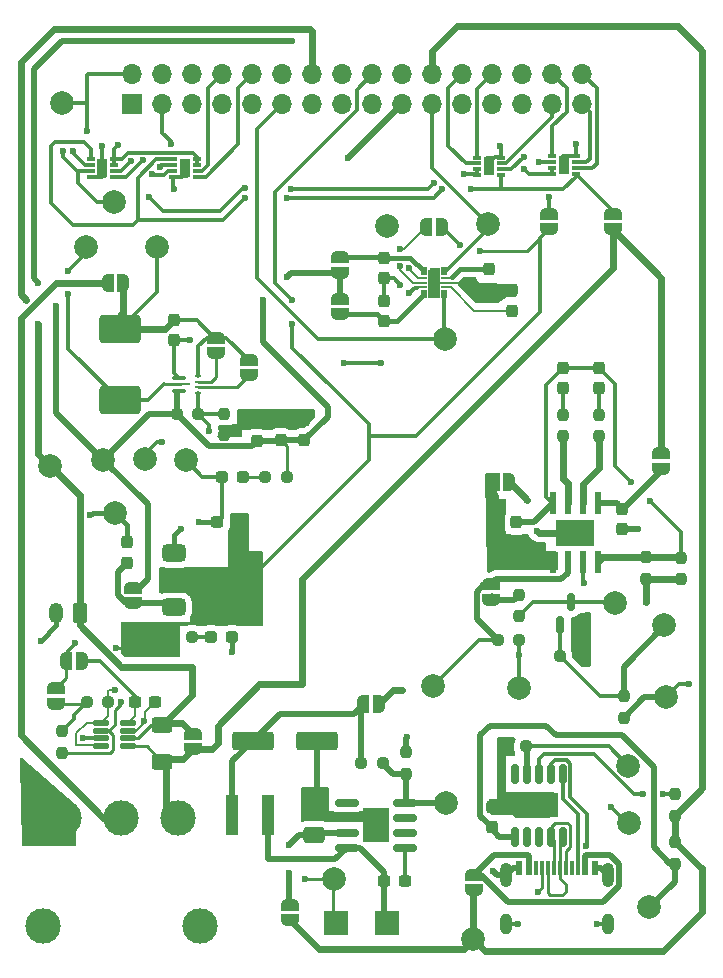
<source format=gbr>
%TF.GenerationSoftware,KiCad,Pcbnew,9.0.0*%
%TF.CreationDate,2025-03-28T03:41:13+02:00*%
%TF.ProjectId,Power_Board_3088F,506f7765-725f-4426-9f61-72645f333038,V0*%
%TF.SameCoordinates,Original*%
%TF.FileFunction,Copper,L1,Top*%
%TF.FilePolarity,Positive*%
%FSLAX46Y46*%
G04 Gerber Fmt 4.6, Leading zero omitted, Abs format (unit mm)*
G04 Created by KiCad (PCBNEW 9.0.0) date 2025-03-28 03:41:13*
%MOMM*%
%LPD*%
G01*
G04 APERTURE LIST*
G04 Aperture macros list*
%AMRoundRect*
0 Rectangle with rounded corners*
0 $1 Rounding radius*
0 $2 $3 $4 $5 $6 $7 $8 $9 X,Y pos of 4 corners*
0 Add a 4 corners polygon primitive as box body*
4,1,4,$2,$3,$4,$5,$6,$7,$8,$9,$2,$3,0*
0 Add four circle primitives for the rounded corners*
1,1,$1+$1,$2,$3*
1,1,$1+$1,$4,$5*
1,1,$1+$1,$6,$7*
1,1,$1+$1,$8,$9*
0 Add four rect primitives between the rounded corners*
20,1,$1+$1,$2,$3,$4,$5,0*
20,1,$1+$1,$4,$5,$6,$7,0*
20,1,$1+$1,$6,$7,$8,$9,0*
20,1,$1+$1,$8,$9,$2,$3,0*%
%AMFreePoly0*
4,1,37,0.478536,1.278536,0.480000,1.275000,0.480000,-1.275000,0.478536,-1.278536,0.475000,-1.280000,-0.475000,-1.280000,-0.478536,-1.278536,-0.480000,-1.275000,-0.480000,1.100000,-0.478536,1.103536,-0.475000,1.105000,-0.466273,1.105000,-0.448826,1.106938,-0.431331,1.110826,-0.413692,1.116706,-0.405996,1.119592,-0.398236,1.123472,-0.398031,1.123569,-0.389494,1.127363,-0.382906,1.132069,
-0.382650,1.132240,-0.374967,1.137041,-0.361254,1.148796,-0.354545,1.154545,-0.342796,1.168254,-0.337041,1.174967,-0.327365,1.190450,-0.319592,1.205996,-0.316706,1.213692,-0.310826,1.231331,-0.306938,1.248826,-0.305000,1.266273,-0.305000,1.275000,-0.303536,1.278536,-0.300000,1.280000,0.475000,1.280000,0.478536,1.278536,0.478536,1.278536,$1*%
%AMFreePoly1*
4,1,23,0.500000,-0.750000,0.000000,-0.750000,0.000000,-0.745722,-0.065263,-0.745722,-0.191342,-0.711940,-0.304381,-0.646677,-0.396677,-0.554381,-0.461940,-0.441342,-0.495722,-0.315263,-0.495722,-0.250000,-0.500000,-0.250000,-0.500000,0.250000,-0.495722,0.250000,-0.495722,0.315263,-0.461940,0.441342,-0.396677,0.554381,-0.304381,0.646677,-0.191342,0.711940,-0.065263,0.745722,0.000000,0.745722,
0.000000,0.750000,0.500000,0.750000,0.500000,-0.750000,0.500000,-0.750000,$1*%
%AMFreePoly2*
4,1,23,0.000000,0.745722,0.065263,0.745722,0.191342,0.711940,0.304381,0.646677,0.396677,0.554381,0.461940,0.441342,0.495722,0.315263,0.495722,0.250000,0.500000,0.250000,0.500000,-0.250000,0.495722,-0.250000,0.495722,-0.315263,0.461940,-0.441342,0.396677,-0.554381,0.304381,-0.646677,0.191342,-0.711940,0.065263,-0.745722,0.000000,-0.745722,0.000000,-0.750000,-0.500000,-0.750000,
-0.500000,0.750000,0.000000,0.750000,0.000000,0.745722,0.000000,0.745722,$1*%
G04 Aperture macros list end*
%TA.AperFunction,SMDPad,CuDef*%
%ADD10R,2.000000X2.000000*%
%TD*%
%TA.AperFunction,ComponentPad*%
%ADD11O,1.000000X2.100000*%
%TD*%
%TA.AperFunction,ComponentPad*%
%ADD12O,1.000000X1.800000*%
%TD*%
%TA.AperFunction,SMDPad,CuDef*%
%ADD13R,0.600000X1.240000*%
%TD*%
%TA.AperFunction,SMDPad,CuDef*%
%ADD14R,0.300000X1.240000*%
%TD*%
%TA.AperFunction,SMDPad,CuDef*%
%ADD15R,0.500000X0.650000*%
%TD*%
%TA.AperFunction,SMDPad,CuDef*%
%ADD16R,0.500000X0.250000*%
%TD*%
%TA.AperFunction,SMDPad,CuDef*%
%ADD17FreePoly0,0.000000*%
%TD*%
%TA.AperFunction,ComponentPad*%
%ADD18C,3.000000*%
%TD*%
%TA.AperFunction,SMDPad,CuDef*%
%ADD19R,3.302000X2.200000*%
%TD*%
%TA.AperFunction,SMDPad,CuDef*%
%ADD20R,0.600000X1.970000*%
%TD*%
%TA.AperFunction,SMDPad,CuDef*%
%ADD21RoundRect,0.237500X-0.237500X0.250000X-0.237500X-0.250000X0.237500X-0.250000X0.237500X0.250000X0*%
%TD*%
%TA.AperFunction,SMDPad,CuDef*%
%ADD22C,2.000000*%
%TD*%
%TA.AperFunction,SMDPad,CuDef*%
%ADD23RoundRect,0.237500X-0.250000X-0.237500X0.250000X-0.237500X0.250000X0.237500X-0.250000X0.237500X0*%
%TD*%
%TA.AperFunction,SMDPad,CuDef*%
%ADD24RoundRect,0.150000X0.825000X0.150000X-0.825000X0.150000X-0.825000X-0.150000X0.825000X-0.150000X0*%
%TD*%
%TA.AperFunction,HeatsinkPad*%
%ADD25R,2.290000X3.000000*%
%TD*%
%TA.AperFunction,SMDPad,CuDef*%
%ADD26RoundRect,0.237500X0.237500X-0.250000X0.237500X0.250000X-0.237500X0.250000X-0.237500X-0.250000X0*%
%TD*%
%TA.AperFunction,SMDPad,CuDef*%
%ADD27RoundRect,0.250000X0.625000X-0.400000X0.625000X0.400000X-0.625000X0.400000X-0.625000X-0.400000X0*%
%TD*%
%TA.AperFunction,SMDPad,CuDef*%
%ADD28FreePoly1,270.000000*%
%TD*%
%TA.AperFunction,SMDPad,CuDef*%
%ADD29FreePoly2,270.000000*%
%TD*%
%TA.AperFunction,SMDPad,CuDef*%
%ADD30RoundRect,0.110000X0.440000X1.590000X-0.440000X1.590000X-0.440000X-1.590000X0.440000X-1.590000X0*%
%TD*%
%TA.AperFunction,SMDPad,CuDef*%
%ADD31FreePoly1,90.000000*%
%TD*%
%TA.AperFunction,SMDPad,CuDef*%
%ADD32FreePoly2,90.000000*%
%TD*%
%TA.AperFunction,SMDPad,CuDef*%
%ADD33RoundRect,0.237500X0.300000X0.237500X-0.300000X0.237500X-0.300000X-0.237500X0.300000X-0.237500X0*%
%TD*%
%TA.AperFunction,SMDPad,CuDef*%
%ADD34RoundRect,0.035000X-0.335000X-0.105000X0.335000X-0.105000X0.335000X0.105000X-0.335000X0.105000X0*%
%TD*%
%TA.AperFunction,SMDPad,CuDef*%
%ADD35R,0.900000X1.600000*%
%TD*%
%TA.AperFunction,SMDPad,CuDef*%
%ADD36FreePoly1,180.000000*%
%TD*%
%TA.AperFunction,SMDPad,CuDef*%
%ADD37FreePoly2,180.000000*%
%TD*%
%TA.AperFunction,SMDPad,CuDef*%
%ADD38RoundRect,0.250000X0.650000X-0.412500X0.650000X0.412500X-0.650000X0.412500X-0.650000X-0.412500X0*%
%TD*%
%TA.AperFunction,ComponentPad*%
%ADD39RoundRect,0.250000X0.350000X0.625000X-0.350000X0.625000X-0.350000X-0.625000X0.350000X-0.625000X0*%
%TD*%
%TA.AperFunction,ComponentPad*%
%ADD40O,1.200000X1.750000*%
%TD*%
%TA.AperFunction,SMDPad,CuDef*%
%ADD41RoundRect,0.150000X0.150000X-0.587500X0.150000X0.587500X-0.150000X0.587500X-0.150000X-0.587500X0*%
%TD*%
%TA.AperFunction,SMDPad,CuDef*%
%ADD42RoundRect,0.375000X-0.625000X-0.375000X0.625000X-0.375000X0.625000X0.375000X-0.625000X0.375000X0*%
%TD*%
%TA.AperFunction,SMDPad,CuDef*%
%ADD43RoundRect,0.500000X-0.500000X-1.400000X0.500000X-1.400000X0.500000X1.400000X-0.500000X1.400000X0*%
%TD*%
%TA.AperFunction,SMDPad,CuDef*%
%ADD44FreePoly1,0.000000*%
%TD*%
%TA.AperFunction,SMDPad,CuDef*%
%ADD45FreePoly2,0.000000*%
%TD*%
%TA.AperFunction,SMDPad,CuDef*%
%ADD46RoundRect,0.150000X0.150000X-0.687500X0.150000X0.687500X-0.150000X0.687500X-0.150000X-0.687500X0*%
%TD*%
%TA.AperFunction,HeatsinkPad*%
%ADD47R,3.300000X2.100000*%
%TD*%
%TA.AperFunction,SMDPad,CuDef*%
%ADD48RoundRect,0.237500X-0.237500X0.300000X-0.237500X-0.300000X0.237500X-0.300000X0.237500X0.300000X0*%
%TD*%
%TA.AperFunction,SMDPad,CuDef*%
%ADD49RoundRect,0.250000X-1.500000X-0.550000X1.500000X-0.550000X1.500000X0.550000X-1.500000X0.550000X0*%
%TD*%
%TA.AperFunction,SMDPad,CuDef*%
%ADD50RoundRect,0.237500X0.250000X0.237500X-0.250000X0.237500X-0.250000X-0.237500X0.250000X-0.237500X0*%
%TD*%
%TA.AperFunction,ComponentPad*%
%ADD51R,1.700000X1.700000*%
%TD*%
%TA.AperFunction,ComponentPad*%
%ADD52O,1.700000X1.700000*%
%TD*%
%TA.AperFunction,SMDPad,CuDef*%
%ADD53RoundRect,0.250000X-1.500000X0.925000X-1.500000X-0.925000X1.500000X-0.925000X1.500000X0.925000X0*%
%TD*%
%TA.AperFunction,SMDPad,CuDef*%
%ADD54RoundRect,0.237500X0.287500X0.237500X-0.287500X0.237500X-0.287500X-0.237500X0.287500X-0.237500X0*%
%TD*%
%TA.AperFunction,SMDPad,CuDef*%
%ADD55RoundRect,0.237500X0.237500X-0.300000X0.237500X0.300000X-0.237500X0.300000X-0.237500X-0.300000X0*%
%TD*%
%TA.AperFunction,SMDPad,CuDef*%
%ADD56RoundRect,0.125000X0.537500X0.125000X-0.537500X0.125000X-0.537500X-0.125000X0.537500X-0.125000X0*%
%TD*%
%TA.AperFunction,SMDPad,CuDef*%
%ADD57RoundRect,0.087500X-0.487500X-0.087500X0.487500X-0.087500X0.487500X0.087500X-0.487500X0.087500X0*%
%TD*%
%TA.AperFunction,SMDPad,CuDef*%
%ADD58RoundRect,0.050000X-0.675000X-0.050000X0.675000X-0.050000X0.675000X0.050000X-0.675000X0.050000X0*%
%TD*%
%TA.AperFunction,SMDPad,CuDef*%
%ADD59RoundRect,0.062500X-0.162500X-0.062500X0.162500X-0.062500X0.162500X0.062500X-0.162500X0.062500X0*%
%TD*%
%TA.AperFunction,SMDPad,CuDef*%
%ADD60RoundRect,0.035000X0.335000X0.105000X-0.335000X0.105000X-0.335000X-0.105000X0.335000X-0.105000X0*%
%TD*%
%TA.AperFunction,SMDPad,CuDef*%
%ADD61RoundRect,0.237500X-0.300000X-0.237500X0.300000X-0.237500X0.300000X0.237500X-0.300000X0.237500X0*%
%TD*%
%TA.AperFunction,SMDPad,CuDef*%
%ADD62RoundRect,0.237500X0.237500X-0.287500X0.237500X0.287500X-0.237500X0.287500X-0.237500X-0.287500X0*%
%TD*%
%TA.AperFunction,SMDPad,CuDef*%
%ADD63RoundRect,0.237500X-0.287500X-0.237500X0.287500X-0.237500X0.287500X0.237500X-0.287500X0.237500X0*%
%TD*%
%TA.AperFunction,ViaPad*%
%ADD64C,0.600000*%
%TD*%
%TA.AperFunction,Conductor*%
%ADD65C,0.600000*%
%TD*%
%TA.AperFunction,Conductor*%
%ADD66C,0.300000*%
%TD*%
%TA.AperFunction,Conductor*%
%ADD67C,0.500000*%
%TD*%
%TA.AperFunction,Conductor*%
%ADD68C,0.250000*%
%TD*%
%TA.AperFunction,Conductor*%
%ADD69C,0.200000*%
%TD*%
%TA.AperFunction,Conductor*%
%ADD70C,0.150000*%
%TD*%
%TA.AperFunction,Conductor*%
%ADD71C,0.400000*%
%TD*%
G04 APERTURE END LIST*
D10*
%TO.P,D7,2,A*%
%TO.N,GND*%
X118150000Y-100700000D03*
%TO.P,D7,1,K*%
%TO.N,Net-(D7-K)*%
X122550000Y-100700000D03*
%TD*%
D11*
%TO.P,U4,2,SHELL*%
%TO.N,GND*%
X141220000Y-96651500D03*
%TO.P,U4,1,SHELL*%
X132580000Y-96651500D03*
D12*
%TO.P,U4,3,SHELL*%
X141220000Y-100831500D03*
%TO.P,U4,4,SHELL*%
X132580000Y-100831500D03*
D13*
%TO.P,U4,A1B12,GND*%
X133700000Y-96031500D03*
%TO.P,U4,A4B9,VBUS*%
%TO.N,Net-(Vbus_9-B)*%
X134500000Y-96031500D03*
D14*
%TO.P,U4,A5,CC1*%
%TO.N,/CC1*%
X135650000Y-96031500D03*
%TO.P,U4,A6,DP1*%
%TO.N,/D+*%
X136650000Y-96031500D03*
%TO.P,U4,A7,DN1*%
%TO.N,/D-*%
X137150000Y-96031500D03*
%TO.P,U4,A8,SBU1*%
%TO.N,unconnected-(U4-SBU1-PadA8)*%
X138150000Y-96031500D03*
D13*
%TO.P,U4,B1A12,GND*%
%TO.N,GND*%
X140100000Y-96031500D03*
%TO.P,U4,B4A9,VBUS*%
%TO.N,Net-(Vbus_9-B)*%
X139300000Y-96031500D03*
D14*
%TO.P,U4,B5,CC2*%
%TO.N,/CC2*%
X138650000Y-96031500D03*
%TO.P,U4,B6,DP2*%
%TO.N,/D+*%
X137650000Y-96031500D03*
%TO.P,U4,B7,DN2*%
%TO.N,/D-*%
X136150000Y-96031500D03*
%TO.P,U4,B8,SBU2*%
%TO.N,unconnected-(U4-SBU2-PadB8)*%
X135150000Y-96031500D03*
%TD*%
D15*
%TO.P,U7,1_2,VIN1*%
%TO.N,Net-(J_L2-A)*%
X125650000Y-45500000D03*
D16*
%TO.P,U7,3,EN1*%
%TO.N,/CTRL_EXT_LOAD1*%
X125650000Y-46100000D03*
%TO.P,U7,4,VBIAS*%
%TO.N,Net-(J_L3-A)*%
X125650000Y-46500000D03*
%TO.P,U7,5,EN2*%
%TO.N,/CTRL_EXT_LOAD2*%
X125650000Y-46900000D03*
D15*
%TO.P,U7,6_7,VIN2*%
%TO.N,Net-(L3-A)*%
X125650000Y-47500000D03*
%TO.P,U7,8_9,VOUT2*%
%TO.N,/EXT_LOAD2_OUT*%
X127350000Y-47500000D03*
D16*
%TO.P,U7,10,SS2*%
%TO.N,Net-(U7-SS2)*%
X127350000Y-46900000D03*
%TO.P,U7,11,GND*%
%TO.N,GND*%
X127350000Y-46500000D03*
%TO.P,U7,12,SS1*%
%TO.N,Net-(U7-SS1)*%
X127350000Y-46100000D03*
D15*
%TO.P,U7,13_14,VOUT1*%
%TO.N,/EXT_LOAD1_OUT*%
X127350000Y-45500000D03*
D17*
%TO.P,U7,15,EXP*%
%TO.N,GND*%
X126500000Y-46500000D03*
%TD*%
D18*
%TO.P,SW1,1,1*%
%TO.N,/Battery*%
X104800000Y-91800000D03*
%TO.P,SW1,2,2*%
%TO.N,/Switch-*%
X100000000Y-91800000D03*
%TO.P,SW1,3,3*%
%TO.N,GND*%
X95200000Y-91800000D03*
%TO.P,SW1,4,4*%
%TO.N,unconnected-(SW1-Pad4)*%
X93350000Y-101000000D03*
%TO.P,SW1,5,5*%
%TO.N,unconnected-(SW1-Pad5)*%
X106650000Y-101000000D03*
%TD*%
D19*
%TO.P,U6,9,EPAD*%
%TO.N,Net-(JP_B_ena1-B)*%
X138440000Y-67667500D03*
D20*
%TO.P,U6,1,TEMP*%
%TO.N,GND*%
X136535000Y-70142500D03*
%TO.P,U6,2,PROG*%
%TO.N,Net-(JP_Bprog1-A)*%
X137805000Y-70142500D03*
%TO.P,U6,3,GND*%
%TO.N,GND*%
X139075000Y-70142500D03*
%TO.P,U6,4,V_{CC}*%
%TO.N,Net-(D4-A)*%
X140345000Y-70142500D03*
%TO.P,U6,5,BAT*%
%TO.N,Net-(JP_BBatt1-A)*%
X140345000Y-65192500D03*
%TO.P,U6,6,~{STDBY}*%
%TO.N,Net-(U6-~{STDBY})*%
X139075000Y-65192500D03*
%TO.P,U6,7,~{CHRG}*%
%TO.N,Net-(U6-~{CHRG})*%
X137805000Y-65192500D03*
%TO.P,U6,8,CE*%
%TO.N,Net-(D4-A)*%
X136535000Y-65192500D03*
%TD*%
D21*
%TO.P,R_I1,2*%
%TO.N,/I2C1_SDA*%
X94950000Y-86312500D03*
%TO.P,R_I1,1*%
%TO.N,Net-(J_I2-B)*%
X94950000Y-84487500D03*
%TD*%
D22*
%TO.P,TP21,1,1*%
%TO.N,Net-(JP_L1-A)*%
X122550000Y-41700000D03*
%TD*%
D23*
%TO.P,R_I2,1*%
%TO.N,Net-(J_I2-B)*%
X97087500Y-82000000D03*
%TO.P,R_I2,2*%
%TO.N,/I2C1_SCL*%
X98912500Y-82000000D03*
%TD*%
%TO.P,R_P2,1*%
%TO.N,+3.3V*%
X104175000Y-76500000D03*
%TO.P,R_P2,2*%
%TO.N,Net-(3V3-A)*%
X106000000Y-76500000D03*
%TD*%
D24*
%TO.P,U5,1,BOOT*%
%TO.N,Net-(U5-BOOT)*%
X124060000Y-94330000D03*
%TO.P,U5,2,NC*%
%TO.N,unconnected-(U5-NC-Pad2)*%
X124060000Y-93060000D03*
%TO.P,U5,3,NC*%
%TO.N,unconnected-(U5-NC-Pad3)*%
X124060000Y-91790000D03*
%TO.P,U5,4,VSENSE*%
%TO.N,Net-(U5-VSENSE)*%
X124060000Y-90520000D03*
%TO.P,U5,5,EN*%
%TO.N,unconnected-(U5-EN-Pad5)*%
X119110000Y-90520000D03*
%TO.P,U5,6,GND*%
%TO.N,GND*%
X119110000Y-91790000D03*
%TO.P,U5,7,VIN*%
%TO.N,Net-(Bin1-A)*%
X119110000Y-93060000D03*
%TO.P,U5,8,PH*%
%TO.N,Net-(D7-K)*%
X119110000Y-94330000D03*
D25*
%TO.P,U5,9,GNDPAD*%
%TO.N,GND*%
X121585000Y-92425000D03*
%TD*%
D26*
%TO.P,R22,1*%
%TO.N,/5V_Buck_Out*%
X147410000Y-71632500D03*
%TO.P,R22,2*%
%TO.N,Net-(D4-A)*%
X147410000Y-69807500D03*
%TD*%
%TO.P,R_B6,1*%
%TO.N,/FAST_CHARGE_CTRL*%
X142560000Y-83345000D03*
%TO.P,R_B6,2*%
%TO.N,Net-(Q2-G)*%
X142560000Y-81520000D03*
%TD*%
D27*
%TO.P,R_SH1,1*%
%TO.N,/Battery*%
X103500000Y-87050000D03*
%TO.P,R_SH1,2*%
%TO.N,+BATT*%
X103500000Y-83950000D03*
%TD*%
D28*
%TO.P,J_I2,1,A*%
%TO.N,+3.3V*%
X94500000Y-80850000D03*
D29*
%TO.P,J_I2,2,B*%
%TO.N,Net-(J_I2-B)*%
X94500000Y-82150000D03*
%TD*%
D30*
%TO.P,LB1,1*%
%TO.N,Net-(D7-K)*%
X112400000Y-91600000D03*
%TO.P,LB1,2*%
%TO.N,Net-(JP_B2-B)*%
X109400000Y-91600000D03*
%TD*%
D22*
%TO.P,B+1,1,1*%
%TO.N,+BATT*%
X94000000Y-62000000D03*
%TD*%
D31*
%TO.P,M_VM1,1,A*%
%TO.N,/Battery*%
X141610000Y-41990000D03*
D32*
%TO.P,M_VM1,2,B*%
%TO.N,/Battery_VM*%
X141610000Y-40690000D03*
%TD*%
D33*
%TO.P,C_B2,1*%
%TO.N,Net-(U5-BOOT)*%
X124017500Y-97175000D03*
%TO.P,C_B2,2*%
%TO.N,Net-(D7-K)*%
X122292500Y-97175000D03*
%TD*%
D22*
%TO.P,TP_B1,1,1*%
%TO.N,/FAST_CHARGE_CTRL*%
X146100000Y-81600000D03*
%TD*%
D34*
%TO.P,U14,1,VM*%
%TO.N,/Battery_VM*%
X97415000Y-36050000D03*
%TO.P,U14,2,OUT1*%
%TO.N,/MOTOR2_A_OUT*%
X97415000Y-36550000D03*
%TO.P,U14,3,OUT2*%
%TO.N,/MOTOR2_B_OUT*%
X97415000Y-37050000D03*
%TO.P,U14,4,GND*%
%TO.N,GND*%
X97415000Y-37550000D03*
%TO.P,U14,5,IN2*%
%TO.N,/MOTOR2_CTRL2*%
X99385000Y-37550000D03*
%TO.P,U14,6,IN1*%
%TO.N,/MOTOR2_CTRL1*%
X99385000Y-37050000D03*
%TO.P,U14,7,~{SLEEP}*%
%TO.N,/3V3_M*%
X99385000Y-36550000D03*
%TO.P,U14,8,VCC*%
X99385000Y-36050000D03*
D35*
%TO.P,U14,9,EXP*%
%TO.N,GND*%
X98400000Y-36800000D03*
%TD*%
D31*
%TO.P,L3,1,A*%
%TO.N,Net-(L3-A)*%
X118500000Y-49150000D03*
D32*
%TO.P,L3,2,B*%
%TO.N,+5V*%
X118500000Y-47850000D03*
%TD*%
D36*
%TO.P,JP_B2,1,A*%
%TO.N,/5V_Buck_Out*%
X121805000Y-82175000D03*
D37*
%TO.P,JP_B2,2,B*%
%TO.N,Net-(JP_B2-B)*%
X120505000Y-82175000D03*
%TD*%
D21*
%TO.P,R_B4,1*%
%TO.N,Net-(D8-K)*%
X137440000Y-57667500D03*
%TO.P,R_B4,2*%
%TO.N,Net-(U6-~{CHRG})*%
X137440000Y-59492500D03*
%TD*%
D38*
%TO.P,C_B1,1*%
%TO.N,Net-(Bin1-A)*%
X116300000Y-93262500D03*
%TO.P,C_B1,2*%
%TO.N,GND*%
X116300000Y-90137500D03*
%TD*%
D22*
%TO.P,GND1,1,1*%
%TO.N,GND*%
X142990000Y-92220000D03*
%TD*%
D33*
%TO.P,C_I(in)1,1*%
%TO.N,<NO NET>*%
X102862500Y-82000000D03*
%TO.P,C_I(in)1,2*%
%TO.N,Net-(J_I1-B)*%
X101137500Y-82000000D03*
%TD*%
D39*
%TO.P,J3,1,Pin_1*%
%TO.N,+BATT*%
X96500000Y-74450000D03*
D40*
%TO.P,J3,2,Pin_2*%
%TO.N,GND*%
X94500000Y-74450000D03*
%TD*%
D22*
%TO.P,MA2,1,1*%
%TO.N,/MOTOR2_A_OUT*%
X95000000Y-31300000D03*
%TD*%
D41*
%TO.P,Q2,1,G*%
%TO.N,Net-(Q2-G)*%
X137117500Y-75447500D03*
%TO.P,Q2,2,S*%
%TO.N,GND*%
X139017500Y-75447500D03*
%TO.P,Q2,3,D*%
%TO.N,Net-(Q2-D)*%
X138067500Y-73572500D03*
%TD*%
D23*
%TO.P,R_Bslow2,1*%
%TO.N,Net-(JP_Bprog1-A)*%
X131877500Y-76790000D03*
%TO.P,R_Bslow2,2*%
%TO.N,GND*%
X133702500Y-76790000D03*
%TD*%
%TO.P,R_Pfb1,1*%
%TO.N,+5V*%
X104707500Y-57610000D03*
%TO.P,R_Pfb1,2*%
%TO.N,Net-(U_P1-FB)*%
X106532500Y-57610000D03*
%TD*%
D21*
%TO.P,R_C2,1*%
%TO.N,+9V*%
X146890000Y-93880000D03*
%TO.P,R_C2,2*%
%TO.N,Net-(U9-VDD)*%
X146890000Y-95705000D03*
%TD*%
D42*
%TO.P,U_P2,1,GND*%
%TO.N,GND*%
X104500000Y-69390000D03*
%TO.P,U_P2,2,VO*%
%TO.N,+3.3V*%
X104500000Y-71690000D03*
D43*
X110800000Y-71690000D03*
D42*
%TO.P,U_P2,3,VI*%
%TO.N,Net-(P4-A)*%
X104500000Y-73990000D03*
%TD*%
D23*
%TO.P,R_B1,1*%
%TO.N,Net-(JP_B2-B)*%
X120330000Y-87175000D03*
%TO.P,R_B1,2*%
%TO.N,Net-(U5-VSENSE)*%
X122155000Y-87175000D03*
%TD*%
D31*
%TO.P,Vbus_9,1,A*%
%TO.N,+9V*%
X129900000Y-97950000D03*
D32*
%TO.P,Vbus_9,2,B*%
%TO.N,Net-(Vbus_9-B)*%
X129900000Y-96650000D03*
%TD*%
D44*
%TO.P,JP_B_ena1,1,A*%
%TO.N,GND*%
X131550000Y-63400000D03*
D45*
%TO.P,JP_B_ena1,2,B*%
%TO.N,Net-(JP_B_ena1-B)*%
X132850000Y-63400000D03*
%TD*%
D26*
%TO.P,R_C1,1*%
%TO.N,+9V*%
X146890000Y-91617500D03*
%TO.P,R_C1,2*%
%TO.N,Net-(U9-VBUS)*%
X146890000Y-89792500D03*
%TD*%
D22*
%TO.P,GND0,1,1*%
%TO.N,GND*%
X118000000Y-97000000D03*
%TD*%
D46*
%TO.P,U9,1,VDD*%
%TO.N,Net-(U9-VDD)*%
X133370000Y-93399000D03*
%TO.P,U9,2,CFG2*%
%TO.N,unconnected-(U9-CFG2-Pad2)*%
X134370000Y-93399000D03*
%TO.P,U9,3,CFG3*%
%TO.N,unconnected-(U9-CFG3-Pad3)*%
X135370000Y-93399000D03*
%TO.P,U9,4,DP*%
%TO.N,/D+*%
X136370000Y-93399000D03*
%TO.P,U9,5,DM*%
%TO.N,/D-*%
X137370000Y-93399000D03*
%TO.P,U9,6,CC2*%
%TO.N,/CC2*%
X137370000Y-88124000D03*
%TO.P,U9,7,CC1*%
%TO.N,/CC1*%
X136370000Y-88124000D03*
%TO.P,U9,8,VBUS*%
%TO.N,Net-(U9-VBUS)*%
X135370000Y-88124000D03*
%TO.P,U9,9,CFG1*%
%TO.N,Net-(U9-CFG1)*%
X134370000Y-88124000D03*
%TO.P,U9,10,PG*%
%TO.N,unconnected-(U9-PG-Pad10)*%
X133370000Y-88124000D03*
D47*
%TO.P,U9,11,GND*%
%TO.N,GND*%
X135370000Y-90761500D03*
%TD*%
D48*
%TO.P,C_P5,1*%
%TO.N,GND*%
X100500000Y-68500000D03*
%TO.P,C_P5,2*%
%TO.N,Net-(P4-A)*%
X100500000Y-70225000D03*
%TD*%
D22*
%TO.P,PB1,1,1*%
%TO.N,Net-(U_P1-FB)*%
X102000000Y-61390000D03*
%TD*%
D31*
%TO.P,P4,1,A*%
%TO.N,Net-(P4-A)*%
X101000000Y-73650000D03*
D32*
%TO.P,P4,2,B*%
%TO.N,+5V*%
X101000000Y-72350000D03*
%TD*%
D49*
%TO.P,C_B4,1*%
%TO.N,Net-(JP_B2-B)*%
X111150000Y-85270000D03*
%TO.P,C_B4,2*%
%TO.N,GND*%
X116550000Y-85270000D03*
%TD*%
D50*
%TO.P,R_P1,1*%
%TO.N,+5V*%
X114002500Y-62970000D03*
%TO.P,R_P1,2*%
%TO.N,Net-(5V0-A)*%
X112177500Y-62970000D03*
%TD*%
D51*
%TO.P,J1,1,Pin_1*%
%TO.N,/MOTOR2_B_OUT*%
X100950000Y-31375000D03*
D52*
%TO.P,J1,2,Pin_2*%
%TO.N,/MOTOR2_A_OUT*%
X100950000Y-28835000D03*
%TO.P,J1,3,Pin_3*%
%TO.N,/MOTOR4_A_OUT*%
X103490000Y-31375000D03*
%TO.P,J1,4,Pin_4*%
%TO.N,/MOTOR2_CTRL1*%
X103490000Y-28835000D03*
%TO.P,J1,5,Pin_5*%
%TO.N,/MOTOR4_B_OUT*%
X106030000Y-31375000D03*
%TO.P,J1,6,Pin_6*%
%TO.N,/MOTOR2_CTRL2*%
X106030000Y-28835000D03*
%TO.P,J1,7,Pin_7*%
%TO.N,/CTRL_EXT_LOAD2*%
X108570000Y-31375000D03*
%TO.P,J1,8,Pin_8*%
%TO.N,/MOTOR4_CTRL1*%
X108570000Y-28835000D03*
%TO.P,J1,9,Pin_9*%
%TO.N,unconnected-(J1-Pin_9-Pad9)*%
X111110000Y-31375000D03*
%TO.P,J1,10,Pin_10*%
%TO.N,/MOTOR4_CTRL2*%
X111110000Y-28835000D03*
%TO.P,J1,11,Pin_11*%
%TO.N,/EXT_LOAD2_OUT*%
X113650000Y-31375000D03*
%TO.P,J1,12,Pin_12*%
%TO.N,unconnected-(J1-Pin_12-Pad12)*%
X113650000Y-28835000D03*
%TO.P,J1,13,Pin_13*%
%TO.N,/FAST_CHARGE_CTRL*%
X116190000Y-31375000D03*
%TO.P,J1,14,Pin_14*%
%TO.N,+BATT*%
X116190000Y-28835000D03*
%TO.P,J1,15,Pin_15*%
%TO.N,unconnected-(J1-Pin_15-Pad15)*%
X118730000Y-31375000D03*
%TO.P,J1,16,Pin_16*%
%TO.N,/I2C1_SCL*%
X118730000Y-28835000D03*
%TO.P,J1,17,Pin_17*%
%TO.N,/I2C1_SDA*%
X121270000Y-31375000D03*
%TO.P,J1,18,Pin_18*%
%TO.N,+3.3V*%
X121270000Y-28835000D03*
%TO.P,J1,19,Pin_19*%
%TO.N,GND*%
X123810000Y-31375000D03*
%TO.P,J1,20,Pin_20*%
%TO.N,+5V*%
X123810000Y-28835000D03*
%TO.P,J1,21,Pin_21*%
%TO.N,/EXT_LOAD1_OUT*%
X126350000Y-31375000D03*
%TO.P,J1,22,Pin_22*%
%TO.N,+9V*%
X126350000Y-28835000D03*
%TO.P,J1,23,Pin_23*%
%TO.N,GND*%
X128890000Y-31375000D03*
%TO.P,J1,24,Pin_24*%
%TO.N,/MOTOR3_CTRL1*%
X128890000Y-28835000D03*
%TO.P,J1,25,Pin_25*%
%TO.N,/CTRL_EXT_LOAD1*%
X131430000Y-31375000D03*
%TO.P,J1,26,Pin_26*%
%TO.N,/MOTOR3_CTRL2*%
X131430000Y-28835000D03*
%TO.P,J1,27,Pin_27*%
%TO.N,/MOTOR3_A_OUT*%
X133970000Y-31375000D03*
%TO.P,J1,28,Pin_28*%
%TO.N,/MOTOR1_CTRL1*%
X133970000Y-28835000D03*
%TO.P,J1,29,Pin_29*%
%TO.N,/MOTOR3_B_OUT*%
X136510000Y-31375000D03*
%TO.P,J1,30,Pin_30*%
%TO.N,/MOTOR1_CTRL2*%
X136510000Y-28835000D03*
%TO.P,J1,31,Pin_31*%
%TO.N,/MOTOR1_B_OUT*%
X139050000Y-31375000D03*
%TO.P,J1,32,Pin_32*%
%TO.N,/MOTOR1_A_OUT*%
X139050000Y-28835000D03*
%TD*%
D48*
%TO.P,C_P4,1*%
%TO.N,GND*%
X115500000Y-58137500D03*
%TO.P,C_P4,2*%
%TO.N,+5V*%
X115500000Y-59862500D03*
%TD*%
%TO.P,C_B5,1*%
%TO.N,Net-(JP_BBatt1-A)*%
X142440000Y-65667500D03*
%TO.P,C_B5,2*%
%TO.N,GND*%
X142440000Y-67392500D03*
%TD*%
D22*
%TO.P,T_L1,1,1*%
%TO.N,/EXT_LOAD1_OUT*%
X131050000Y-41500000D03*
%TD*%
%TO.P,VDD1,1,1*%
%TO.N,Net-(U9-VDD)*%
X144700000Y-99400000D03*
%TD*%
%TO.P,B_prog2,1,1*%
%TO.N,GND*%
X133690000Y-80790000D03*
%TD*%
%TO.P,T_3V3,1,1*%
%TO.N,+3.3V*%
X101500000Y-77000000D03*
%TD*%
D34*
%TO.P,U16,1,VM*%
%TO.N,/Battery_VM*%
X104415000Y-36050000D03*
%TO.P,U16,2,OUT1*%
%TO.N,/MOTOR4_A_OUT*%
X104415000Y-36550000D03*
%TO.P,U16,3,OUT2*%
%TO.N,/MOTOR4_B_OUT*%
X104415000Y-37050000D03*
%TO.P,U16,4,GND*%
%TO.N,GND*%
X104415000Y-37550000D03*
%TO.P,U16,5,IN2*%
%TO.N,/MOTOR4_CTRL2*%
X106385000Y-37550000D03*
%TO.P,U16,6,IN1*%
%TO.N,/MOTOR4_CTRL1*%
X106385000Y-37050000D03*
%TO.P,U16,7,~{SLEEP}*%
%TO.N,/3V3_M*%
X106385000Y-36550000D03*
%TO.P,U16,8,VCC*%
X106385000Y-36050000D03*
D35*
%TO.P,U16,9,EXP*%
%TO.N,GND*%
X105400000Y-36800000D03*
%TD*%
D53*
%TO.P,L_P3,1,1*%
%TO.N,Net-(P1-A)*%
X99870000Y-50425000D03*
%TO.P,L_P3,2,2*%
%TO.N,Net-(U_P1-SW)*%
X99870000Y-56475000D03*
%TD*%
D28*
%TO.P,P1,1,A*%
%TO.N,Net-(P1-A)*%
X110800000Y-53050000D03*
D29*
%TO.P,P1,2,B*%
%TO.N,Net-(P1-B)*%
X110800000Y-54350000D03*
%TD*%
D54*
%TO.P,3V3,1,K*%
%TO.N,GND*%
X109375000Y-76500000D03*
%TO.P,3V3,2,A*%
%TO.N,Net-(3V3-A)*%
X107625000Y-76500000D03*
%TD*%
D22*
%TO.P,PA2,1,1*%
%TO.N,Net-(U_P1-SW)*%
X97000000Y-43500000D03*
%TD*%
D44*
%TO.P,J_L3,1,A*%
%TO.N,Net-(J_L3-A)*%
X125850000Y-41750000D03*
D45*
%TO.P,J_L3,2,B*%
%TO.N,+3.3V*%
X127150000Y-41750000D03*
%TD*%
D28*
%TO.P,Bin1,1,A*%
%TO.N,Net-(Bin1-A)*%
X114300000Y-99200000D03*
D29*
%TO.P,Bin1,2,B*%
%TO.N,+9V*%
X114300000Y-100500000D03*
%TD*%
D21*
%TO.P,R_Pfb2,1*%
%TO.N,Net-(U_P1-FB)*%
X108740000Y-57590000D03*
%TO.P,R_Pfb2,2*%
%TO.N,GND*%
X108740000Y-59415000D03*
%TD*%
D28*
%TO.P,J_L2,1,A*%
%TO.N,Net-(J_L2-A)*%
X118500000Y-44350000D03*
D29*
%TO.P,J_L2,2,B*%
%TO.N,+5V*%
X118500000Y-45650000D03*
%TD*%
D31*
%TO.P,P2,1,A*%
%TO.N,Net-(P2-A)*%
X108000000Y-52450000D03*
D32*
%TO.P,P2,2,B*%
%TO.N,Net-(P1-A)*%
X108000000Y-51150000D03*
%TD*%
D50*
%TO.P,R_C3,1*%
%TO.N,Net-(U9-CFG1)*%
X134282500Y-85761500D03*
%TO.P,R_C3,2*%
%TO.N,GND*%
X132457500Y-85761500D03*
%TD*%
D23*
%TO.P,R_B7,1*%
%TO.N,Net-(Q2-G)*%
X137147500Y-78090000D03*
%TO.P,R_B7,2*%
%TO.N,GND*%
X138972500Y-78090000D03*
%TD*%
D22*
%TO.P,PA1,1,1*%
%TO.N,Net-(P1-A)*%
X103000000Y-43500000D03*
%TD*%
%TO.P,B_D3,1,1*%
%TO.N,Net-(Q2-D)*%
X141850000Y-73610000D03*
%TD*%
D55*
%TO.P,C_L1,1*%
%TO.N,Net-(L3-A)*%
X122250000Y-49750000D03*
%TO.P,C_L1,2*%
%TO.N,GND*%
X122250000Y-48025000D03*
%TD*%
D56*
%TO.P,U2,1,IN+*%
%TO.N,/Battery*%
X100575000Y-85730000D03*
%TO.P,U2,2,IN-*%
%TO.N,+BATT*%
X100575000Y-85080000D03*
%TO.P,U2,3,GND*%
%TO.N,<NO NET>*%
X100575000Y-84430000D03*
%TO.P,U2,4,VS*%
%TO.N,Net-(J_I1-B)*%
X100575000Y-83780000D03*
%TO.P,U2,5,SCL*%
%TO.N,/I2C1_SCL*%
X98300000Y-83780000D03*
%TO.P,U2,6,SDA*%
%TO.N,/I2C1_SDA*%
X98300000Y-84430000D03*
%TO.P,U2,7,A0*%
%TO.N,<NO NET>*%
X98300000Y-85080000D03*
%TO.P,U2,8,A1*%
%TO.N,/I2C1_SCL*%
X98300000Y-85730000D03*
%TD*%
D48*
%TO.P,C_P2,1*%
%TO.N,GND*%
X111500000Y-58187500D03*
%TO.P,C_P2,2*%
%TO.N,+5V*%
X111500000Y-59912500D03*
%TD*%
D57*
%TO.P,U_P1,1,GND*%
%TO.N,GND*%
X104910000Y-54570000D03*
D58*
%TO.P,U_P1,2,SW*%
%TO.N,Net-(U_P1-SW)*%
X105060000Y-55120000D03*
D57*
%TO.P,U_P1,3,VOUT*%
%TO.N,+5V*%
X104910000Y-55670000D03*
D59*
%TO.P,U_P1,4,FB*%
%TO.N,Net-(U_P1-FB)*%
X106510000Y-55870000D03*
%TO.P,U_P1,5,EN*%
%TO.N,Net-(P1-B)*%
X106510000Y-55370000D03*
%TO.P,U_P1,6,MODE*%
%TO.N,Net-(P2-A)*%
X106510000Y-54870000D03*
%TO.P,U_P1,7,VIN*%
%TO.N,Net-(P1-A)*%
X106510000Y-54370000D03*
%TD*%
D26*
%TO.P,R21,1*%
%TO.N,/5V_Buck_Out*%
X144440000Y-71580000D03*
%TO.P,R21,2*%
%TO.N,Net-(D4-A)*%
X144440000Y-69755000D03*
%TD*%
D44*
%TO.P,J_I1,1,A*%
%TO.N,+3.3V*%
X95350000Y-78500000D03*
D45*
%TO.P,J_I1,2,B*%
%TO.N,Net-(J_I1-B)*%
X96650000Y-78500000D03*
%TD*%
D48*
%TO.P,C_L2,1*%
%TO.N,Net-(J_L2-A)*%
X122250000Y-44387500D03*
%TO.P,C_L2,2*%
%TO.N,GND*%
X122250000Y-46112500D03*
%TD*%
D60*
%TO.P,U15,1,VM*%
%TO.N,/Battery_VM*%
X138475000Y-37310000D03*
%TO.P,U15,2,OUT1*%
%TO.N,/MOTOR1_A_OUT*%
X138475000Y-36810000D03*
%TO.P,U15,3,OUT2*%
%TO.N,/MOTOR1_B_OUT*%
X138475000Y-36310000D03*
%TO.P,U15,4,GND*%
%TO.N,GND*%
X138475000Y-35810000D03*
%TO.P,U15,5,IN2*%
%TO.N,/MOTOR1_CTRL2*%
X136505000Y-35810000D03*
%TO.P,U15,6,IN1*%
%TO.N,/MOTOR1_CTRL1*%
X136505000Y-36310000D03*
%TO.P,U15,7,~{SLEEP}*%
%TO.N,/3V3_M*%
X136505000Y-36810000D03*
%TO.P,U15,8,VCC*%
X136505000Y-37310000D03*
D35*
%TO.P,U15,9,EXP*%
%TO.N,GND*%
X137490000Y-36560000D03*
%TD*%
D36*
%TO.P,P3,1,A*%
%TO.N,Net-(P1-A)*%
X100150000Y-46500000D03*
D37*
%TO.P,P3,2,B*%
%TO.N,/Switch-*%
X98850000Y-46500000D03*
%TD*%
D61*
%TO.P,C_P6,1*%
%TO.N,GND*%
X108147500Y-66780000D03*
%TO.P,C_P6,2*%
%TO.N,+3.3V*%
X109872500Y-66780000D03*
%TD*%
D22*
%TO.P,BS1,1,1*%
%TO.N,Net-(U5-VSENSE)*%
X127470000Y-90560000D03*
%TD*%
%TO.P,PB2,1,1*%
%TO.N,GND*%
X105500000Y-61540000D03*
%TD*%
%TO.P,T_L2,1,1*%
%TO.N,/EXT_LOAD2_OUT*%
X127450000Y-51300000D03*
%TD*%
%TO.P,B_prog1,1,1*%
%TO.N,Net-(JP_Bprog1-A)*%
X126420000Y-80680000D03*
%TD*%
D48*
%TO.P,C_L4,1*%
%TO.N,GND*%
X133050000Y-47137500D03*
%TO.P,C_L4,2*%
%TO.N,Net-(U7-SS2)*%
X133050000Y-48862500D03*
%TD*%
D55*
%TO.P,C_P1,1*%
%TO.N,GND*%
X104500000Y-51362500D03*
%TO.P,C_P1,2*%
%TO.N,Net-(P1-A)*%
X104500000Y-49637500D03*
%TD*%
D62*
%TO.P,D4,1,K*%
%TO.N,Net-(D4-K)*%
X140430000Y-55452500D03*
%TO.P,D4,2,A*%
%TO.N,Net-(D4-A)*%
X140430000Y-53702500D03*
%TD*%
D48*
%TO.P,C_P3,1*%
%TO.N,GND*%
X113500000Y-58137500D03*
%TO.P,C_P3,2*%
%TO.N,+5V*%
X113500000Y-59862500D03*
%TD*%
D55*
%TO.P,C_C1,1*%
%TO.N,Net-(U9-VDD)*%
X131370000Y-92624000D03*
%TO.P,C_C1,2*%
%TO.N,GND*%
X131370000Y-90899000D03*
%TD*%
D26*
%TO.P,R_B2,1*%
%TO.N,Net-(U5-VSENSE)*%
X124155000Y-88087500D03*
%TO.P,R_B2,2*%
%TO.N,GND*%
X124155000Y-86262500D03*
%TD*%
D22*
%TO.P,MB2,1,1*%
%TO.N,/MOTOR2_B_OUT*%
X99400000Y-39700000D03*
%TD*%
D60*
%TO.P,U17,1,VM*%
%TO.N,/Battery_VM*%
X132125000Y-37410000D03*
%TO.P,U17,2,OUT1*%
%TO.N,/MOTOR3_A_OUT*%
X132125000Y-36910000D03*
%TO.P,U17,3,OUT2*%
%TO.N,/MOTOR3_B_OUT*%
X132125000Y-36410000D03*
%TO.P,U17,4,GND*%
%TO.N,GND*%
X132125000Y-35910000D03*
%TO.P,U17,5,IN2*%
%TO.N,/MOTOR3_CTRL2*%
X130155000Y-35910000D03*
%TO.P,U17,6,IN1*%
%TO.N,/MOTOR3_CTRL1*%
X130155000Y-36410000D03*
%TO.P,U17,7,~{SLEEP}*%
%TO.N,/3V3_M*%
X130155000Y-36910000D03*
%TO.P,U17,8,VCC*%
X130155000Y-37410000D03*
D35*
%TO.P,U17,9,EXP*%
%TO.N,GND*%
X131140000Y-36660000D03*
%TD*%
D22*
%TO.P,TP_5V0,1,1*%
%TO.N,+5V*%
X98500000Y-61500000D03*
%TD*%
D28*
%TO.P,M_3V3,1,A*%
%TO.N,/3V3_M*%
X136250000Y-40660000D03*
D29*
%TO.P,M_3V3,2,B*%
%TO.N,+3.3V*%
X136250000Y-41960000D03*
%TD*%
D22*
%TO.P,B_G1,1,1*%
%TO.N,Net-(Q2-G)*%
X146000000Y-75500000D03*
%TD*%
D55*
%TO.P,C_L3,1*%
%TO.N,GND*%
X131150000Y-47062500D03*
%TO.P,C_L3,2*%
%TO.N,Net-(U7-SS1)*%
X131150000Y-45337500D03*
%TD*%
D28*
%TO.P,J_I3,1,A*%
%TO.N,+BATT*%
X106097500Y-84710000D03*
D29*
%TO.P,J_I3,2,B*%
%TO.N,/Battery*%
X106097500Y-86010000D03*
%TD*%
D31*
%TO.P,JP_BBatt1,1,A*%
%TO.N,Net-(JP_BBatt1-A)*%
X145710000Y-62260000D03*
D32*
%TO.P,JP_BBatt1,2,B*%
%TO.N,/Battery*%
X145710000Y-60960000D03*
%TD*%
D28*
%TO.P,JP_Bprog1,1,A*%
%TO.N,Net-(JP_Bprog1-A)*%
X131300000Y-72050000D03*
D29*
%TO.P,JP_Bprog1,2,B*%
%TO.N,Net-(JP_Bprog1-B)*%
X131300000Y-73350000D03*
%TD*%
D48*
%TO.P,C_B3,1*%
%TO.N,Net-(D4-A)*%
X133440000Y-66805000D03*
%TO.P,C_B3,2*%
%TO.N,GND*%
X133440000Y-68530000D03*
%TD*%
D63*
%TO.P,5V0,1,K*%
%TO.N,GND*%
X108535000Y-62920000D03*
%TO.P,5V0,2,A*%
%TO.N,Net-(5V0-A)*%
X110285000Y-62920000D03*
%TD*%
D22*
%TO.P,9V1,1,1*%
%TO.N,+9V*%
X129800000Y-102100000D03*
%TD*%
%TO.P,CFG1,1,1*%
%TO.N,Net-(U9-CFG1)*%
X142930000Y-87400000D03*
%TD*%
D21*
%TO.P,R_Bfast1,1*%
%TO.N,Net-(JP_Bprog1-B)*%
X133660000Y-72917500D03*
%TO.P,R_Bfast1,2*%
%TO.N,Net-(Q2-D)*%
X133660000Y-74742500D03*
%TD*%
D62*
%TO.P,D8,1,K*%
%TO.N,Net-(D8-K)*%
X137430000Y-55452500D03*
%TO.P,D8,2,A*%
%TO.N,Net-(D4-A)*%
X137430000Y-53702500D03*
%TD*%
D22*
%TO.P,B-1,1,1*%
%TO.N,GND*%
X99500000Y-66000000D03*
%TD*%
D21*
%TO.P,R_B3,1*%
%TO.N,Net-(D4-K)*%
X140440000Y-57667500D03*
%TO.P,R_B3,2*%
%TO.N,Net-(U6-~{STDBY})*%
X140440000Y-59492500D03*
%TD*%
D64*
%TO.N,Net-(U_P1-FB)*%
X107450000Y-59050000D03*
%TO.N,GND*%
X119200000Y-35950000D03*
%TO.N,/CC1*%
X135300000Y-98050000D03*
%TO.N,<NO NET>*%
X96800000Y-85080000D03*
%TO.N,Net-(Bin1-A)*%
X114200000Y-96450000D03*
X114200000Y-94150000D03*
%TO.N,GND*%
X139200000Y-71950000D03*
%TO.N,/5V_Buck_Out*%
X123800000Y-81000000D03*
X144450000Y-73500000D03*
%TO.N,Net-(D4-A)*%
X144750000Y-64950000D03*
X143200000Y-63400000D03*
%TO.N,/3V3_M*%
X136250000Y-39250000D03*
X134100000Y-36900000D03*
%TO.N,GND*%
X105800000Y-51350000D03*
%TO.N,/3V3_M*%
X99700000Y-34850000D03*
X102350000Y-39250000D03*
X126450000Y-38100000D03*
X114400000Y-38550000D03*
X110500000Y-38499997D03*
%TO.N,GND*%
X129900000Y-47550000D03*
X126500000Y-46500000D03*
X123650000Y-46700000D03*
%TO.N,+3.3V*%
X130350000Y-43850000D03*
X128700000Y-43300000D03*
%TO.N,GND*%
X98400000Y-34950000D03*
%TO.N,/MOTOR2_A_OUT*%
X95900000Y-35350000D03*
%TO.N,GND*%
X104450000Y-38550000D03*
X138500000Y-34750000D03*
X132100000Y-34950000D03*
%TO.N,/FAST_CHARGE_CTRL*%
X148100000Y-80500000D03*
%TO.N,/CTRL_EXT_LOAD2*%
X124400000Y-47400000D03*
X118850000Y-53300000D03*
X122000000Y-53300000D03*
%TO.N,/3V3_M*%
X129000000Y-37300000D03*
%TO.N,/MOTOR1_CTRL1*%
X135400000Y-36300000D03*
%TO.N,/MOTOR3_A_OUT*%
X134070549Y-35870549D03*
%TO.N,/MOTOR4_B_OUT*%
X102609620Y-37309620D03*
%TO.N,/MOTOR4_A_OUT*%
X104200000Y-34800000D03*
X103259620Y-36700000D03*
%TO.N,/MOTOR2_B_OUT*%
X95100000Y-35350000D03*
%TO.N,/MOTOR2_A_OUT*%
X97100000Y-33650000D03*
%TO.N,/MOTOR2_CTRL2*%
X101819240Y-36150000D03*
%TO.N,/MOTOR2_CTRL1*%
X100859620Y-36159620D03*
%TO.N,/Battery_VM*%
X114000000Y-39300000D03*
X110500000Y-39300000D03*
X129600000Y-38600000D03*
X127200000Y-38600000D03*
%TO.N,GND*%
X121000000Y-93400000D03*
X122200000Y-93400000D03*
X120950000Y-91790000D03*
X115600000Y-97000000D03*
X116250000Y-91450000D03*
X124200000Y-85000000D03*
X132200000Y-88200000D03*
X105100000Y-67400000D03*
X134200000Y-90800000D03*
X106600000Y-66800000D03*
X138400000Y-76800000D03*
X93600000Y-89600000D03*
X135265750Y-90865750D03*
X97400000Y-66200000D03*
X131500000Y-96300000D03*
X92000000Y-88200000D03*
X131500000Y-65400000D03*
X133700000Y-70500000D03*
X93200000Y-76800000D03*
X143800000Y-67400000D03*
X133600000Y-100800000D03*
X135300000Y-68900000D03*
X131700000Y-68600000D03*
X140300000Y-100800000D03*
X136400000Y-90800000D03*
X92000000Y-90200000D03*
X109400000Y-77800000D03*
X112500000Y-58200000D03*
X141500000Y-90900000D03*
X122200000Y-91700000D03*
X133702500Y-78000000D03*
%TO.N,+BATT*%
X93000000Y-50000000D03*
X91934314Y-47934314D03*
%TO.N,<NO NET>*%
X101974308Y-83641807D03*
%TO.N,+3.3V*%
X114500000Y-48000000D03*
X114490380Y-50009620D03*
X99565686Y-77434314D03*
X96100000Y-77000000D03*
%TO.N,+5V*%
X112000000Y-48000000D03*
X114000000Y-46000000D03*
X93000000Y-46500000D03*
X114500000Y-26000000D03*
X94500000Y-48500000D03*
%TO.N,/CTRL_EXT_LOAD1*%
X124380793Y-45261744D03*
%TO.N,/I2C1_SCL*%
X99500000Y-81000000D03*
%TO.N,/I2C1_SDA*%
X100000000Y-82000000D03*
%TO.N,Net-(JP_B_ena1-B)*%
X134400000Y-64900000D03*
X135250000Y-67550000D03*
%TO.N,Net-(U_P1-SW)*%
X95500000Y-45500000D03*
X95500000Y-47500000D03*
%TO.N,Net-(U9-VBUS)*%
X145850000Y-89800000D03*
X144200000Y-89800000D03*
%TO.N,Net-(U_P1-FB)*%
X103500000Y-60000000D03*
%TO.N,/CC1*%
X139375000Y-94210500D03*
%TO.N,Net-(J_L3-A)*%
X123600000Y-43687500D03*
X123600000Y-45087500D03*
%TD*%
D65*
%TO.N,+9V*%
X149199000Y-89308500D02*
X149199000Y-26849000D01*
X149199000Y-26849000D02*
X147151000Y-24801000D01*
X146890000Y-91617500D02*
X149199000Y-89308500D01*
X147151000Y-24801000D02*
X128399000Y-24801000D01*
X128399000Y-24801000D02*
X126300000Y-26900000D01*
X126300000Y-26900000D02*
X126350000Y-26950000D01*
X126350000Y-26950000D02*
X126350000Y-28835000D01*
%TO.N,+BATT*%
X91934314Y-47934314D02*
X91500000Y-47500000D01*
X116190000Y-25190000D02*
X116190000Y-28835000D01*
X91500000Y-47500000D02*
X91500000Y-27850000D01*
X91500000Y-27850000D02*
X94350000Y-25000000D01*
X116000000Y-25000000D02*
X116190000Y-25190000D01*
X94350000Y-25000000D02*
X116000000Y-25000000D01*
D66*
%TO.N,Net-(U_P1-FB)*%
X107450000Y-58527500D02*
X106532500Y-57610000D01*
X107450000Y-59050000D02*
X107450000Y-58527500D01*
D67*
%TO.N,GND*%
X119235000Y-35950000D02*
X119200000Y-35950000D01*
X123810000Y-31375000D02*
X119235000Y-35950000D01*
D68*
X117955000Y-97045000D02*
X118000000Y-97000000D01*
X118150000Y-100700000D02*
X117955000Y-100505000D01*
X117955000Y-100505000D02*
X117955000Y-97045000D01*
X118000000Y-100155000D02*
X118150000Y-100305000D01*
X118150000Y-100305000D02*
X118150000Y-100700000D01*
D67*
%TO.N,Net-(D7-K)*%
X122292500Y-97175000D02*
X122292500Y-100137500D01*
X122292500Y-100137500D02*
X122550000Y-100395000D01*
X122550000Y-100395000D02*
X122550000Y-100700000D01*
D68*
%TO.N,GND*%
X115600000Y-97000000D02*
X118000000Y-97000000D01*
D69*
%TO.N,/I2C1_SCL*%
X99000000Y-81000000D02*
X98912500Y-81087500D01*
X98912500Y-81087500D02*
X98912500Y-82000000D01*
X99500000Y-81000000D02*
X99000000Y-81000000D01*
D66*
%TO.N,Net-(U_P1-FB)*%
X103500000Y-60000000D02*
X103000000Y-60000000D01*
X102000000Y-61000000D02*
X102000000Y-61390000D01*
X103000000Y-60000000D02*
X102000000Y-61000000D01*
D65*
%TO.N,Net-(JP_B_ena1-B)*%
X135400000Y-67700000D02*
X138407500Y-67700000D01*
X135250000Y-67550000D02*
X135400000Y-67700000D01*
X138407500Y-67700000D02*
X138440000Y-67667500D01*
D66*
%TO.N,GND*%
X108985000Y-59415000D02*
X108740000Y-59415000D01*
D68*
%TO.N,/CC1*%
X135650000Y-96031500D02*
X135650000Y-97700000D01*
X135650000Y-97700000D02*
X135300000Y-98050000D01*
%TO.N,/D-*%
X137650000Y-98050000D02*
X137650000Y-97450000D01*
X137646500Y-97450000D02*
X137650000Y-97450000D01*
X137150000Y-96031500D02*
X137150000Y-96953500D01*
X137150000Y-96953500D02*
X137646500Y-97450000D01*
X136150000Y-96031500D02*
X136150000Y-98200000D01*
X137174000Y-96055500D02*
X137150000Y-96031500D01*
X137326000Y-98374000D02*
X137650000Y-98050000D01*
X136150000Y-98200000D02*
X136324000Y-98374000D01*
X136324000Y-98374000D02*
X137326000Y-98374000D01*
D66*
%TO.N,/CC1*%
X139400000Y-91450000D02*
X138021000Y-90071000D01*
X138021000Y-90071000D02*
X138021000Y-87224822D01*
X139375000Y-94210500D02*
X139400000Y-94185500D01*
X139400000Y-94185500D02*
X139400000Y-91450000D01*
%TO.N,/CC2*%
X138650000Y-91500000D02*
X138650000Y-96031500D01*
D68*
%TO.N,/D-*%
X137150000Y-96031500D02*
X137150000Y-93619000D01*
X137150000Y-93619000D02*
X137370000Y-93399000D01*
%TO.N,/D+*%
X136370000Y-93399000D02*
X136650000Y-93679000D01*
X136650000Y-93679000D02*
X136650000Y-96031500D01*
X137650000Y-96031500D02*
X137650000Y-94633822D01*
X137650000Y-94633822D02*
X137996000Y-94287822D01*
X137996000Y-94287822D02*
X137996000Y-92446000D01*
X137996000Y-92446000D02*
X137785500Y-92235500D01*
X136696001Y-92235500D02*
X136370000Y-92561501D01*
X137785500Y-92235500D02*
X136696001Y-92235500D01*
X136370000Y-92561501D02*
X136370000Y-93399000D01*
D66*
%TO.N,/CC2*%
X137370000Y-88124000D02*
X137370000Y-90220000D01*
X137370000Y-90220000D02*
X138650000Y-91500000D01*
D67*
%TO.N,Net-(Vbus_9-B)*%
X139300000Y-96031500D02*
X139300000Y-95009500D01*
X130494884Y-96650000D02*
X129900000Y-96650000D01*
X142171000Y-95707583D02*
X142171000Y-97595417D01*
X139349000Y-94960500D02*
X141423917Y-94960500D01*
X141423917Y-94960500D02*
X142171000Y-95707583D01*
X139300000Y-95009500D02*
X139349000Y-94960500D01*
X142171000Y-97595417D02*
X140816417Y-98950000D01*
X140816417Y-98950000D02*
X132794884Y-98950000D01*
X132794884Y-98950000D02*
X130494884Y-96650000D01*
D66*
%TO.N,<NO NET>*%
X98300000Y-85080000D02*
X96800000Y-85080000D01*
D69*
%TO.N,/I2C1_SCL*%
X98300000Y-83780000D02*
X97070000Y-83780000D01*
X97070000Y-83780000D02*
X96200000Y-84650000D01*
X96200000Y-84650000D02*
X96200000Y-85680000D01*
X96200000Y-85680000D02*
X98250000Y-85680000D01*
X98250000Y-85680000D02*
X98300000Y-85730000D01*
D68*
%TO.N,/I2C1_SDA*%
X94950000Y-86312500D02*
X96299500Y-86312500D01*
D66*
%TO.N,Net-(J_I2-B)*%
X96000000Y-83437500D02*
X96000000Y-83087500D01*
D68*
%TO.N,/I2C1_SDA*%
X96306000Y-86306000D02*
X99027774Y-86306000D01*
X96299500Y-86312500D02*
X96306000Y-86306000D01*
X99027774Y-86306000D02*
X99288500Y-86045274D01*
X99288500Y-86045274D02*
X99288500Y-84764726D01*
X99288500Y-84764726D02*
X98953774Y-84430000D01*
X98953774Y-84430000D02*
X98300000Y-84430000D01*
D66*
%TO.N,Net-(J_I2-B)*%
X94950000Y-84487500D02*
X96000000Y-83437500D01*
X96000000Y-83087500D02*
X97087500Y-82000000D01*
D67*
%TO.N,Net-(Bin1-A)*%
X114200000Y-99100000D02*
X114300000Y-99200000D01*
X116300000Y-93262500D02*
X115087500Y-93262500D01*
X115087500Y-93262500D02*
X114200000Y-94150000D01*
X114200000Y-96450000D02*
X114200000Y-99100000D01*
%TO.N,Net-(D7-K)*%
X112400000Y-91600000D02*
X112400000Y-95300000D01*
X118140000Y-95300000D02*
X119110000Y-94330000D01*
X112400000Y-95300000D02*
X118140000Y-95300000D01*
D66*
%TO.N,GND*%
X139075000Y-71825000D02*
X139200000Y-71950000D01*
X139075000Y-70142500D02*
X139075000Y-71825000D01*
%TO.N,Net-(JP_Bprog1-A)*%
X126420000Y-80680000D02*
X130310000Y-76790000D01*
X130310000Y-76790000D02*
X131877500Y-76790000D01*
D65*
%TO.N,/5V_Buck_Out*%
X122980000Y-81000000D02*
X121805000Y-82175000D01*
X144440000Y-71580000D02*
X144440000Y-73490000D01*
X144440000Y-73490000D02*
X144450000Y-73500000D01*
X123800000Y-81000000D02*
X122980000Y-81000000D01*
D66*
%TO.N,Net-(D4-A)*%
X141850000Y-61600000D02*
X141850000Y-62050000D01*
X140430000Y-53702500D02*
X141850000Y-55122500D01*
X141850000Y-55122500D02*
X141850000Y-61600000D01*
X141850000Y-62050000D02*
X143200000Y-63400000D01*
X144750000Y-64950000D02*
X147410000Y-67610000D01*
X147410000Y-67610000D02*
X147410000Y-69807500D01*
X137430000Y-53702500D02*
X136000000Y-55132500D01*
X136000000Y-55132500D02*
X136000000Y-64657500D01*
X136000000Y-64657500D02*
X136535000Y-65192500D01*
%TO.N,/3V3_M*%
X136250000Y-40660000D02*
X136250000Y-39250000D01*
%TO.N,GND*%
X105787500Y-51362500D02*
X105800000Y-51350000D01*
X104500000Y-51362500D02*
X105787500Y-51362500D01*
%TO.N,Net-(P1-A)*%
X108000000Y-51150000D02*
X107900000Y-51150000D01*
X107900000Y-51150000D02*
X106387500Y-49637500D01*
X106387500Y-49637500D02*
X104500000Y-49637500D01*
X108000000Y-51150000D02*
X108900000Y-51150000D01*
X108900000Y-51150000D02*
X110800000Y-53050000D01*
X108000000Y-51150000D02*
X107245000Y-51150000D01*
X107245000Y-51150000D02*
X106510000Y-51885000D01*
X106510000Y-51885000D02*
X106510000Y-54370000D01*
%TO.N,GND*%
X104910000Y-54570000D02*
X104500000Y-54160000D01*
X104500000Y-54160000D02*
X104500000Y-51362500D01*
X108535000Y-62920000D02*
X108535000Y-66392500D01*
X108535000Y-66392500D02*
X108147500Y-66780000D01*
X105500000Y-61540000D02*
X106880000Y-62920000D01*
X106880000Y-62920000D02*
X108535000Y-62920000D01*
%TO.N,/3V3_M*%
X126450000Y-38100000D02*
X126000000Y-38550000D01*
X110350003Y-38499997D02*
X108400000Y-40450000D01*
X126000000Y-38550000D02*
X114400000Y-38550000D01*
X103550000Y-40450000D02*
X102350000Y-39250000D01*
X110500000Y-38499997D02*
X110350003Y-38499997D01*
X108400000Y-40450000D02*
X103550000Y-40450000D01*
X99385000Y-36050000D02*
X99385000Y-36350000D01*
X99700000Y-34850000D02*
X99385000Y-35165000D01*
X99385000Y-35165000D02*
X99385000Y-36350000D01*
D70*
%TO.N,GND*%
X127350000Y-46500000D02*
X126500000Y-46500000D01*
D66*
X123062500Y-46112500D02*
X123650000Y-46700000D01*
X122250000Y-46112500D02*
X123062500Y-46112500D01*
X122250000Y-46112500D02*
X122250000Y-48025000D01*
D68*
%TO.N,+3.3V*%
X127150000Y-41750000D02*
X128700000Y-43300000D01*
X130350000Y-43850000D02*
X134360000Y-43850000D01*
X134360000Y-43850000D02*
X135500000Y-42710000D01*
D66*
%TO.N,/CTRL_EXT_LOAD2*%
X118850000Y-53300000D02*
X122000000Y-53300000D01*
D70*
%TO.N,/CTRL_EXT_LOAD1*%
X124380793Y-45261744D02*
X124380795Y-45261746D01*
X125100000Y-46100000D02*
X125650000Y-46100000D01*
X124380795Y-45261746D02*
X124380795Y-45380795D01*
X124380795Y-45380795D02*
X125100000Y-46100000D01*
D71*
%TO.N,Net-(U7-SS1)*%
X128662500Y-45337500D02*
X128001000Y-45999000D01*
X128001000Y-45999000D02*
X128001000Y-46024000D01*
D70*
%TO.N,GND*%
X127350000Y-46500000D02*
X128650000Y-46500000D01*
X128650000Y-46500000D02*
X129212500Y-47062500D01*
X129212500Y-47062500D02*
X131150000Y-47062500D01*
%TO.N,Net-(U7-SS1)*%
X127350000Y-46100000D02*
X127900000Y-46100000D01*
D66*
%TO.N,GND*%
X98400000Y-36800000D02*
X98400000Y-34950000D01*
X98400000Y-36800000D02*
X98400000Y-37536000D01*
X98400000Y-37536000D02*
X98414000Y-37550000D01*
X97415000Y-37550000D02*
X98414000Y-37550000D01*
%TO.N,/MOTOR2_A_OUT*%
X95900000Y-35550000D02*
X95900000Y-35350000D01*
X96900000Y-36550000D02*
X95900000Y-35550000D01*
%TO.N,/MOTOR2_B_OUT*%
X96354745Y-37050000D02*
X96300000Y-37050000D01*
X96300000Y-37050000D02*
X95100000Y-35850000D01*
X95100000Y-35350000D02*
X95100000Y-35850000D01*
%TO.N,/Battery_VM*%
X97415000Y-36050000D02*
X97415000Y-35165000D01*
X96850000Y-34600000D02*
X94400000Y-34600000D01*
X97415000Y-35165000D02*
X96850000Y-34600000D01*
X94400000Y-34600000D02*
X94050000Y-34950000D01*
X94050000Y-34950000D02*
X94050000Y-39750000D01*
X94050000Y-39750000D02*
X95900000Y-41600000D01*
X95900000Y-41600000D02*
X101000000Y-41600000D01*
X101000000Y-41600000D02*
X101400000Y-41200000D01*
%TO.N,/MOTOR2_A_OUT*%
X96900000Y-36550000D02*
X97415000Y-36550000D01*
X97100000Y-33650000D02*
X97100000Y-31300000D01*
%TO.N,GND*%
X104415000Y-38515000D02*
X104450000Y-38550000D01*
X104415000Y-37550000D02*
X104415000Y-38515000D01*
X104415000Y-37550000D02*
X105150000Y-37550000D01*
X105150000Y-37550000D02*
X105400000Y-37300000D01*
X105400000Y-37300000D02*
X105400000Y-36800000D01*
X138475000Y-34775000D02*
X138500000Y-34750000D01*
X138475000Y-35810000D02*
X138475000Y-34775000D01*
X138475000Y-35810000D02*
X137890000Y-35810000D01*
X137890000Y-35810000D02*
X137490000Y-36210000D01*
X137490000Y-36210000D02*
X137490000Y-36560000D01*
X132125000Y-34975000D02*
X132100000Y-34950000D01*
X132125000Y-35910000D02*
X132125000Y-34975000D01*
X132140000Y-35910000D02*
X132150000Y-35900000D01*
X131140000Y-36408142D02*
X131140000Y-36660000D01*
X132125000Y-35910000D02*
X132140000Y-35910000D01*
X132150000Y-35900000D02*
X131648142Y-35900000D01*
X131648142Y-35900000D02*
X131140000Y-36408142D01*
D68*
%TO.N,Net-(P1-B)*%
X109780000Y-55370000D02*
X110800000Y-54350000D01*
X106510000Y-55370000D02*
X109780000Y-55370000D01*
%TO.N,Net-(P2-A)*%
X107630000Y-54870000D02*
X108000000Y-54500000D01*
X108000000Y-54500000D02*
X108000000Y-52450000D01*
X106510000Y-54870000D02*
X107630000Y-54870000D01*
D66*
%TO.N,/MOTOR2_A_OUT*%
X95000000Y-31300000D02*
X97100000Y-31300000D01*
%TO.N,/MOTOR2_B_OUT*%
X99400000Y-39700000D02*
X97985787Y-39700000D01*
X97985787Y-39700000D02*
X96354745Y-38068958D01*
X96354745Y-38068958D02*
X96354745Y-37050000D01*
%TO.N,/MOTOR2_A_OUT*%
X97100000Y-31300000D02*
X97100000Y-28900000D01*
X97100000Y-28900000D02*
X97165000Y-28835000D01*
X97165000Y-28835000D02*
X100950000Y-28835000D01*
D67*
%TO.N,+5V*%
X114500000Y-26000000D02*
X95000000Y-26000000D01*
X92600000Y-46100000D02*
X93000000Y-46500000D01*
X95000000Y-26000000D02*
X92600000Y-28400000D01*
X92600000Y-28400000D02*
X92600000Y-46100000D01*
D66*
%TO.N,/Battery_VM*%
X101400000Y-37600000D02*
X101400000Y-41200000D01*
X104415000Y-36050000D02*
X102950000Y-36050000D01*
X102950000Y-36050000D02*
X101400000Y-37600000D01*
X108600000Y-41200000D02*
X110500000Y-39300000D01*
X101400000Y-41200000D02*
X108600000Y-41200000D01*
%TO.N,/FAST_CHARGE_CTRL*%
X147200000Y-80500000D02*
X146100000Y-81600000D01*
X148100000Y-80500000D02*
X147200000Y-80500000D01*
%TO.N,/CTRL_EXT_LOAD2*%
X124400000Y-47400000D02*
X124874000Y-46926000D01*
X124874000Y-46926000D02*
X125049000Y-46926000D01*
%TO.N,/MOTOR3_CTRL2*%
X130155000Y-35910000D02*
X130155000Y-30110000D01*
X130155000Y-30110000D02*
X131430000Y-28835000D01*
%TO.N,/MOTOR3_CTRL1*%
X129160000Y-36410000D02*
X127689000Y-34939000D01*
X127689000Y-34939000D02*
X127689000Y-30036000D01*
X127689000Y-30036000D02*
X128890000Y-28835000D01*
%TO.N,/3V3_M*%
X129000000Y-37300000D02*
X130045000Y-37300000D01*
X130045000Y-37300000D02*
X130155000Y-37410000D01*
%TO.N,/MOTOR3_CTRL1*%
X130155000Y-36410000D02*
X129160000Y-36410000D01*
%TO.N,/3V3_M*%
X130155000Y-36910000D02*
X130155000Y-37410000D01*
X136505000Y-37310000D02*
X134510000Y-37310000D01*
X134510000Y-37310000D02*
X134100000Y-36900000D01*
%TO.N,/MOTOR1_CTRL2*%
X136505000Y-35810000D02*
X136505000Y-33225378D01*
X137711000Y-32019378D02*
X137711000Y-30036000D01*
X136505000Y-33225378D02*
X137711000Y-32019378D01*
X137711000Y-30036000D02*
X136510000Y-28835000D01*
%TO.N,/3V3_M*%
X136505000Y-36810000D02*
X136505000Y-37310000D01*
%TO.N,/MOTOR1_CTRL1*%
X135410000Y-36310000D02*
X135400000Y-36300000D01*
X136505000Y-36310000D02*
X135410000Y-36310000D01*
%TO.N,/MOTOR1_B_OUT*%
X138475000Y-36310000D02*
X139390000Y-36310000D01*
X139390000Y-36310000D02*
X139700000Y-36000000D01*
X139700000Y-32025000D02*
X139050000Y-31375000D01*
X139700000Y-36000000D02*
X139700000Y-32025000D01*
%TO.N,/MOTOR1_A_OUT*%
X138475000Y-36810000D02*
X139890000Y-36810000D01*
X139890000Y-36810000D02*
X140251000Y-36449000D01*
X140251000Y-30036000D02*
X139050000Y-28835000D01*
X140251000Y-36449000D02*
X140251000Y-30036000D01*
%TO.N,/MOTOR3_A_OUT*%
X133031098Y-36910000D02*
X134070549Y-35870549D01*
X132125000Y-36910000D02*
X133031098Y-36910000D01*
%TO.N,/MOTOR3_B_OUT*%
X132125000Y-36410000D02*
X132611858Y-36410000D01*
X136510000Y-32511858D02*
X136510000Y-31375000D01*
X132611858Y-36410000D02*
X136510000Y-32511858D01*
%TO.N,/MOTOR4_CTRL2*%
X106385000Y-37550000D02*
X107150000Y-37550000D01*
X107150000Y-37550000D02*
X109909000Y-34791000D01*
X109909000Y-34791000D02*
X109909000Y-30036000D01*
X109909000Y-30036000D02*
X111110000Y-28835000D01*
%TO.N,/MOTOR4_CTRL1*%
X106385000Y-37050000D02*
X106871858Y-37050000D01*
X106871858Y-37050000D02*
X107369000Y-36552858D01*
X107369000Y-36552858D02*
X107369000Y-30036000D01*
X107369000Y-30036000D02*
X108570000Y-28835000D01*
%TO.N,/MOTOR4_B_OUT*%
X102651000Y-37351000D02*
X102609620Y-37309620D01*
X104415000Y-37050000D02*
X103928142Y-37050000D01*
X102989966Y-37351000D02*
X102651000Y-37351000D01*
X103928142Y-37050000D02*
X103627142Y-37351000D01*
X103627142Y-37351000D02*
X102989966Y-37351000D01*
%TO.N,/MOTOR4_A_OUT*%
X103409620Y-36550000D02*
X103259620Y-36700000D01*
X104415000Y-36550000D02*
X103409620Y-36550000D01*
X104200000Y-34800000D02*
X104200000Y-34500000D01*
X104200000Y-34500000D02*
X103490000Y-33790000D01*
X103490000Y-33790000D02*
X103490000Y-31375000D01*
%TO.N,/MOTOR2_B_OUT*%
X97415000Y-37050000D02*
X96354745Y-37050000D01*
%TO.N,/MOTOR2_CTRL2*%
X100419240Y-37550000D02*
X101819240Y-36150000D01*
X99385000Y-37550000D02*
X100419240Y-37550000D01*
%TO.N,/MOTOR2_CTRL1*%
X99969240Y-37050000D02*
X100859620Y-36159620D01*
X99385000Y-37050000D02*
X99969240Y-37050000D01*
%TO.N,/3V3_M*%
X99385000Y-36350000D02*
X99385000Y-36550000D01*
X106385000Y-36050000D02*
X106385000Y-35833000D01*
X106385000Y-35833000D02*
X106052000Y-35500000D01*
X106052000Y-35500000D02*
X100600000Y-35500000D01*
X100600000Y-35500000D02*
X100050000Y-36050000D01*
X100050000Y-36050000D02*
X99385000Y-36050000D01*
X106385000Y-36050000D02*
X106385000Y-36550000D01*
%TO.N,/Battery_VM*%
X129600000Y-38600000D02*
X132100000Y-38600000D01*
X132125000Y-37410000D02*
X132125000Y-38575000D01*
X132125000Y-38575000D02*
X132100000Y-38600000D01*
X138475000Y-37310000D02*
X141610000Y-40445000D01*
X141610000Y-40445000D02*
X141610000Y-40690000D01*
X126500000Y-39300000D02*
X127200000Y-38600000D01*
X114000000Y-39300000D02*
X126500000Y-39300000D01*
X132100000Y-38600000D02*
X137402000Y-38600000D01*
X137402000Y-38600000D02*
X138475000Y-37527000D01*
X138475000Y-37527000D02*
X138475000Y-37310000D01*
D71*
%TO.N,GND*%
X105100000Y-67400000D02*
X105000000Y-67400000D01*
X105000000Y-67400000D02*
X104500000Y-67900000D01*
X104500000Y-67900000D02*
X104500000Y-69390000D01*
D68*
%TO.N,+3.3V*%
X96100000Y-77000000D02*
X95681000Y-77419000D01*
X95681000Y-77419000D02*
X95676000Y-77419000D01*
X95676000Y-77419000D02*
X95350000Y-77745000D01*
X95350000Y-77745000D02*
X95350000Y-78500000D01*
D66*
%TO.N,GND*%
X133702500Y-78000000D02*
X133702500Y-80777500D01*
X133702500Y-80777500D02*
X133690000Y-80790000D01*
X133702500Y-76790000D02*
X133702500Y-78000000D01*
D67*
X133200000Y-96031500D02*
X132580000Y-96651500D01*
D70*
X131150000Y-47062500D02*
X132975000Y-47062500D01*
D71*
X100500000Y-67000000D02*
X99500000Y-66000000D01*
D67*
X124155000Y-86262500D02*
X124155000Y-85045000D01*
X131370000Y-90899000D02*
X135232500Y-90899000D01*
D71*
X108127500Y-66800000D02*
X108147500Y-66780000D01*
D67*
X135265750Y-90865750D02*
X135370000Y-90761500D01*
D66*
X141220000Y-100831500D02*
X140331500Y-100831500D01*
D67*
X135232500Y-90899000D02*
X135265750Y-90865750D01*
X140100000Y-96031500D02*
X140600000Y-96031500D01*
D71*
X99500000Y-66000000D02*
X97600000Y-66000000D01*
X94500000Y-74450000D02*
X94500000Y-75500000D01*
D67*
X116550000Y-89887500D02*
X116300000Y-90137500D01*
X140600000Y-96031500D02*
X141220000Y-96651500D01*
D66*
X140331500Y-100831500D02*
X140300000Y-100800000D01*
D67*
X124155000Y-85045000D02*
X124200000Y-85000000D01*
X133700000Y-96031500D02*
X133200000Y-96031500D01*
D66*
X142820000Y-92220000D02*
X141500000Y-90900000D01*
D71*
X100500000Y-68500000D02*
X100500000Y-67000000D01*
D70*
X132975000Y-47062500D02*
X133050000Y-47137500D01*
D67*
X142440000Y-67392500D02*
X143792500Y-67392500D01*
X121580000Y-92420000D02*
X121585000Y-92425000D01*
X116550000Y-85270000D02*
X116550000Y-89887500D01*
D71*
X109400000Y-76525000D02*
X109375000Y-76500000D01*
D66*
X139017500Y-78045000D02*
X138972500Y-78090000D01*
D71*
X106600000Y-66800000D02*
X108127500Y-66800000D01*
D67*
X131851500Y-96651500D02*
X131500000Y-96300000D01*
X118000000Y-100000000D02*
X118000000Y-100195000D01*
D71*
X97600000Y-66000000D02*
X97400000Y-66200000D01*
D67*
X143792500Y-67392500D02*
X143800000Y-67400000D01*
D66*
X139017500Y-75447500D02*
X139017500Y-78045000D01*
D71*
X94500000Y-75500000D02*
X93200000Y-76800000D01*
D66*
X142990000Y-92220000D02*
X142820000Y-92220000D01*
D71*
X109400000Y-77800000D02*
X109400000Y-76525000D01*
D67*
X118000000Y-100195000D02*
X118005000Y-100200000D01*
D66*
X133568500Y-100831500D02*
X133600000Y-100800000D01*
D67*
X132580000Y-96651500D02*
X131851500Y-96651500D01*
D66*
X132580000Y-100831500D02*
X133568500Y-100831500D01*
X142990000Y-92220000D02*
X142990000Y-92190000D01*
%TO.N,Net-(3V3-A)*%
X106000000Y-76500000D02*
X107625000Y-76500000D01*
D68*
%TO.N,Net-(5V0-A)*%
X112127500Y-62920000D02*
X112177500Y-62970000D01*
X110285000Y-62920000D02*
X112127500Y-62920000D01*
D65*
%TO.N,+BATT*%
X103607500Y-83760000D02*
X103500000Y-83867500D01*
X105187500Y-83800000D02*
X105000000Y-83800000D01*
X94000000Y-62500000D02*
X94000000Y-62000000D01*
X96500000Y-74450000D02*
X96500000Y-75500000D01*
X96500000Y-75500000D02*
X100000000Y-79000000D01*
X106000000Y-79000000D02*
X106000000Y-81450000D01*
D68*
X102550000Y-83950000D02*
X103500000Y-83950000D01*
D65*
X103500000Y-83867500D02*
X103500000Y-83950000D01*
X94000000Y-62000000D02*
X93000000Y-61000000D01*
X96500000Y-74450000D02*
X96500000Y-64500000D01*
X105000000Y-83800000D02*
X104960000Y-83760000D01*
X100000000Y-79000000D02*
X106000000Y-79000000D01*
D68*
X100575000Y-85080000D02*
X101420000Y-85080000D01*
D65*
X106097500Y-84710000D02*
X105187500Y-83800000D01*
X104960000Y-83760000D02*
X103607500Y-83760000D01*
D68*
X101420000Y-85080000D02*
X102550000Y-83950000D01*
D65*
X96500000Y-64500000D02*
X94000000Y-62000000D01*
X106000000Y-81450000D02*
X103500000Y-83950000D01*
X93000000Y-61000000D02*
X93000000Y-51000000D01*
X93000000Y-51000000D02*
X93000000Y-50000000D01*
D71*
%TO.N,Net-(U7-SS1)*%
X131150000Y-45337500D02*
X128662500Y-45337500D01*
D70*
%TO.N,Net-(U7-SS2)*%
X127350000Y-46900000D02*
X127900000Y-46900000D01*
X127900000Y-46900000D02*
X129862500Y-48862500D01*
X129862500Y-48862500D02*
X133050000Y-48862500D01*
D66*
%TO.N,Net-(D4-A)*%
X137430000Y-53702500D02*
X140430000Y-53702500D01*
D67*
X133440000Y-66805000D02*
X134922500Y-66805000D01*
X134922500Y-66805000D02*
X136535000Y-65192500D01*
D65*
X144440000Y-69755000D02*
X140732500Y-69755000D01*
X147357500Y-69755000D02*
X147410000Y-69807500D01*
X140732500Y-69755000D02*
X140345000Y-70142500D01*
X144440000Y-69755000D02*
X147357500Y-69755000D01*
D67*
%TO.N,Net-(JP_B2-B)*%
X109400000Y-87020000D02*
X111150000Y-85270000D01*
X120330000Y-82350000D02*
X120505000Y-82175000D01*
X120330000Y-87175000D02*
X120330000Y-82350000D01*
X119680000Y-83000000D02*
X120505000Y-82175000D01*
X109400000Y-91600000D02*
X109400000Y-87020000D01*
X113420000Y-83000000D02*
X119680000Y-83000000D01*
X111150000Y-85270000D02*
X113420000Y-83000000D01*
%TO.N,Net-(JP_BBatt1-A)*%
X141965000Y-65192500D02*
X142440000Y-65667500D01*
D65*
X145710000Y-62397500D02*
X142440000Y-65667500D01*
D67*
X140345000Y-65192500D02*
X141965000Y-65192500D01*
D65*
X145710000Y-62260000D02*
X145710000Y-62397500D01*
D66*
%TO.N,Net-(U5-BOOT)*%
X124017500Y-97175000D02*
X124017500Y-94372500D01*
X124017500Y-94372500D02*
X124060000Y-94330000D01*
D67*
%TO.N,Net-(D7-K)*%
X119110000Y-94330000D02*
X120230000Y-94330000D01*
X122292500Y-96392500D02*
X122292500Y-97175000D01*
X122292500Y-100187500D02*
X122305000Y-100200000D01*
X120230000Y-94330000D02*
X122292500Y-96392500D01*
%TO.N,Net-(U9-VDD)*%
X142417524Y-84835500D02*
X145100000Y-87517976D01*
X145100000Y-94300000D02*
X146505000Y-95705000D01*
X130400000Y-91654000D02*
X130400000Y-84800000D01*
X131370000Y-92624000D02*
X130400000Y-91654000D01*
X146890000Y-97210000D02*
X144700000Y-99400000D01*
X136000000Y-84000000D02*
X136835500Y-84835500D01*
X136835500Y-84835500D02*
X142417524Y-84835500D01*
X146890000Y-95705000D02*
X146890000Y-97210000D01*
X131370000Y-92624000D02*
X131370000Y-92770000D01*
X131999000Y-93399000D02*
X133370000Y-93399000D01*
X145100000Y-87517976D02*
X145100000Y-94300000D01*
X130400000Y-84800000D02*
X131200000Y-84000000D01*
X131370000Y-92770000D02*
X131999000Y-93399000D01*
X146505000Y-95705000D02*
X146890000Y-95705000D01*
X131200000Y-84000000D02*
X136000000Y-84000000D01*
D69*
%TO.N,<NO NET>*%
X101237499Y-84430000D02*
X102000000Y-83667499D01*
X102000000Y-82862500D02*
X102862500Y-82000000D01*
X100575000Y-84430000D02*
X101237499Y-84430000D01*
X102000000Y-83667499D02*
X102000000Y-82862500D01*
D66*
%TO.N,+3.3V*%
X114500000Y-50019240D02*
X114490380Y-50009620D01*
X109872500Y-70762500D02*
X110800000Y-71690000D01*
X102000000Y-76500000D02*
X101500000Y-77000000D01*
X135500000Y-42710000D02*
X136250000Y-41960000D01*
D68*
X99565686Y-77434314D02*
X101065686Y-77434314D01*
D66*
X121270000Y-28835000D02*
X119931000Y-30174000D01*
X119931000Y-31872471D02*
X113000000Y-38803471D01*
D68*
X101065686Y-77434314D02*
X101500000Y-77000000D01*
X95350000Y-80000000D02*
X95350000Y-78500000D01*
D66*
X135500000Y-49000000D02*
X135500000Y-42710000D01*
D68*
X94500000Y-80850000D02*
X95350000Y-80000000D01*
D66*
X114500000Y-52000000D02*
X114500000Y-50019240D01*
X102000000Y-77500000D02*
X101500000Y-77000000D01*
X110800000Y-71690000D02*
X121000000Y-61490000D01*
X114500000Y-52000000D02*
X118044000Y-55544000D01*
X113000000Y-38803471D02*
X113000000Y-46500000D01*
X113000000Y-46500000D02*
X114500000Y-48000000D01*
X121000000Y-61490000D02*
X121000000Y-59500000D01*
X118044000Y-55544000D02*
X121000000Y-58500000D01*
X119931000Y-30174000D02*
X119931000Y-31872471D01*
X125000000Y-59500000D02*
X135500000Y-49000000D01*
X121000000Y-59500000D02*
X121000000Y-58500000D01*
X121000000Y-59500000D02*
X125000000Y-59500000D01*
D67*
%TO.N,+5V*%
X113500000Y-59862500D02*
X115500000Y-59862500D01*
X102390000Y-57610000D02*
X104707500Y-57610000D01*
X102241000Y-65241000D02*
X102241000Y-71559000D01*
X112000000Y-48000000D02*
X112000000Y-51500000D01*
X104707500Y-57610000D02*
X104707500Y-55872500D01*
D68*
X114002500Y-62970000D02*
X114002500Y-60365000D01*
D67*
X114350000Y-45650000D02*
X114000000Y-46000000D01*
X98500000Y-61500000D02*
X94500000Y-57500000D01*
X98500000Y-61500000D02*
X102241000Y-65241000D01*
X115500000Y-59862500D02*
X117500000Y-57862500D01*
X111059000Y-60353500D02*
X111500000Y-59912500D01*
X118500000Y-47850000D02*
X118500000Y-45650000D01*
X118500000Y-45650000D02*
X114350000Y-45650000D01*
X104707500Y-57610000D02*
X107451000Y-60353500D01*
X113450000Y-59912500D02*
X113500000Y-59862500D01*
X111500000Y-59912500D02*
X113450000Y-59912500D01*
X112000000Y-51500000D02*
X117500000Y-57000000D01*
X94500000Y-57500000D02*
X94500000Y-48500000D01*
X117500000Y-57862500D02*
X117500000Y-57000000D01*
X102241000Y-71559000D02*
X101300000Y-72500000D01*
D68*
X114002500Y-60365000D02*
X113500000Y-59862500D01*
D67*
X98500000Y-61500000D02*
X102390000Y-57610000D01*
X107451000Y-60353500D02*
X111059000Y-60353500D01*
D66*
%TO.N,Net-(D4-K)*%
X140430000Y-55452500D02*
X140430000Y-57657500D01*
X140430000Y-57657500D02*
X140440000Y-57667500D01*
%TO.N,Net-(D8-K)*%
X137430000Y-55452500D02*
X137430000Y-57657500D01*
X137430000Y-57657500D02*
X137440000Y-57667500D01*
%TO.N,/EXT_LOAD2_OUT*%
X116700000Y-51300000D02*
X111500000Y-46100000D01*
X111500000Y-46100000D02*
X111500000Y-33525000D01*
X127450000Y-51300000D02*
X116700000Y-51300000D01*
X111500000Y-33525000D02*
X113650000Y-31375000D01*
X127350000Y-51200000D02*
X127450000Y-51300000D01*
X127350000Y-47500000D02*
X127350000Y-51200000D01*
D67*
%TO.N,/FAST_CHARGE_CTRL*%
X146100000Y-81600000D02*
X144305000Y-81600000D01*
X144305000Y-81600000D02*
X142560000Y-83345000D01*
D69*
%TO.N,/I2C1_SCL*%
X98300000Y-83780000D02*
X98912500Y-83167500D01*
X98300000Y-85730000D02*
X97681582Y-85730000D01*
X98912500Y-82000000D02*
X99000000Y-82000000D01*
X98912500Y-83167500D02*
X98912500Y-82000000D01*
D68*
%TO.N,/I2C1_SDA*%
X98300000Y-84430000D02*
X98962499Y-84430000D01*
X99500000Y-82703490D02*
X100000000Y-82203490D01*
X98962499Y-84430000D02*
X99500000Y-83892499D01*
X100000000Y-82203490D02*
X100000000Y-82000000D01*
X99500000Y-83892499D02*
X99500000Y-82703490D01*
D65*
%TO.N,+9V*%
X129800000Y-102100000D02*
X129800000Y-98050000D01*
X149199000Y-96100000D02*
X149110000Y-96100000D01*
X130800000Y-103100000D02*
X145900000Y-103100000D01*
X128989000Y-102911000D02*
X129800000Y-102100000D01*
X129800000Y-102100000D02*
X130800000Y-103100000D01*
X116711000Y-102911000D02*
X128989000Y-102911000D01*
X149199000Y-99801000D02*
X149199000Y-96100000D01*
X129800000Y-98050000D02*
X129900000Y-97950000D01*
X149110000Y-96100000D02*
X146890000Y-93880000D01*
X146890000Y-91617500D02*
X146890000Y-93880000D01*
X145900000Y-103100000D02*
X149199000Y-99801000D01*
X114300000Y-100500000D02*
X116711000Y-102911000D01*
D66*
%TO.N,/EXT_LOAD1_OUT*%
X127500000Y-45500000D02*
X131050000Y-41950000D01*
X127350000Y-45500000D02*
X127500000Y-45500000D01*
X131050000Y-41950000D02*
X131050000Y-41500000D01*
X126350000Y-36800000D02*
X126350000Y-31375000D01*
X131050000Y-41500000D02*
X126350000Y-36800000D01*
D70*
%TO.N,/CTRL_EXT_LOAD2*%
X125650000Y-46900000D02*
X125100000Y-46900000D01*
X125100000Y-46900000D02*
X125000000Y-47000000D01*
D66*
%TO.N,/Battery*%
X103417500Y-87050000D02*
X103500000Y-87050000D01*
D65*
X141610000Y-41990000D02*
X145710000Y-46090000D01*
X104800000Y-91800000D02*
X103800000Y-91800000D01*
D66*
X103227500Y-86860000D02*
X103417500Y-87050000D01*
D65*
X103607500Y-86860000D02*
X105247500Y-86860000D01*
X108200000Y-84000000D02*
X108200000Y-85500000D01*
X115300000Y-71552900D02*
X115300000Y-80500000D01*
X111700000Y-80500000D02*
X108200000Y-84000000D01*
D68*
X102180000Y-85730000D02*
X103500000Y-87050000D01*
D65*
X103785034Y-87227534D02*
X103607500Y-87050000D01*
X103500000Y-86967500D02*
X103607500Y-86860000D01*
X145710000Y-46090000D02*
X145710000Y-60960000D01*
X108200000Y-85500000D02*
X107690000Y-86010000D01*
X107690000Y-86010000D02*
X106097500Y-86010000D01*
X141610000Y-41990000D02*
X141610000Y-45242900D01*
X105247500Y-86860000D02*
X106097500Y-86010000D01*
X115300000Y-80500000D02*
X111700000Y-80500000D01*
X141610000Y-45242900D02*
X115300000Y-71552900D01*
X103800000Y-91800000D02*
X103785034Y-91785034D01*
X103607500Y-87050000D02*
X103500000Y-87050000D01*
D68*
X100575000Y-85730000D02*
X102180000Y-85730000D01*
D65*
X103785034Y-91785034D02*
X103785034Y-87227534D01*
X103500000Y-87050000D02*
X103500000Y-86967500D01*
%TO.N,/5V_Buck_Out*%
X144440000Y-71580000D02*
X147357500Y-71580000D01*
X147357500Y-71580000D02*
X147410000Y-71632500D01*
D67*
%TO.N,Net-(JP_Bprog1-A)*%
X137805000Y-71059500D02*
X137805000Y-70142500D01*
D66*
X131877500Y-76790000D02*
X131877500Y-76777500D01*
D67*
X137275691Y-71588809D02*
X137805000Y-71059500D01*
X131300000Y-72050000D02*
X130705116Y-72050000D01*
X130094000Y-72661116D02*
X130094000Y-75006500D01*
X131300000Y-72050000D02*
X131761191Y-71588809D01*
X130094000Y-75006500D02*
X131877500Y-76790000D01*
X131761191Y-71588809D02*
X137275691Y-71588809D01*
X130705116Y-72050000D02*
X130094000Y-72661116D01*
%TO.N,Net-(JP_Bprog1-B)*%
X131300000Y-73350000D02*
X133227500Y-73350000D01*
X133227500Y-73350000D02*
X133660000Y-72917500D01*
D66*
X131412500Y-72917500D02*
X131130000Y-73200000D01*
D65*
%TO.N,Net-(JP_B_ena1-B)*%
X132850000Y-63400000D02*
X132900000Y-63400000D01*
X132900000Y-63400000D02*
X134400000Y-64900000D01*
D67*
%TO.N,Net-(Vbus_9-B)*%
X129900000Y-96650000D02*
X131589500Y-94960500D01*
X134500000Y-95009500D02*
X134500000Y-96031500D01*
X131589500Y-94960500D02*
X134451000Y-94960500D01*
X134451000Y-94960500D02*
X134500000Y-95009500D01*
%TO.N,Net-(Bin1-A)*%
X119110000Y-93060000D02*
X116502500Y-93060000D01*
X116502500Y-93060000D02*
X116300000Y-93262500D01*
D66*
%TO.N,Net-(J_I1-B)*%
X101137500Y-81462500D02*
X101137500Y-82000000D01*
D69*
X101137500Y-83217500D02*
X101137500Y-82000000D01*
D66*
X98175000Y-78500000D02*
X101137500Y-81462500D01*
D69*
X100575000Y-83780000D02*
X101137500Y-83217500D01*
D66*
X96650000Y-78500000D02*
X98175000Y-78500000D01*
D71*
%TO.N,Net-(L3-A)*%
X121650000Y-49150000D02*
X122250000Y-49750000D01*
X123359000Y-49750000D02*
X125609000Y-47500000D01*
X122250000Y-49750000D02*
X123359000Y-49750000D01*
X118500000Y-49150000D02*
X121650000Y-49150000D01*
D65*
%TO.N,/Switch-*%
X91500000Y-84812933D02*
X91500000Y-49500000D01*
X94500000Y-46500000D02*
X98850000Y-46500000D01*
X100000000Y-91800000D02*
X98487067Y-91800000D01*
X98487067Y-91800000D02*
X91500000Y-84812933D01*
X91500000Y-49500000D02*
X94500000Y-46500000D01*
D66*
%TO.N,Net-(U_P1-SW)*%
X99870000Y-56475000D02*
X102265000Y-56475000D01*
X95500000Y-52105000D02*
X99870000Y-56475000D01*
X97000000Y-44000000D02*
X95500000Y-45500000D01*
X99845000Y-56500000D02*
X99870000Y-56475000D01*
X95500000Y-47500000D02*
X95500000Y-52105000D01*
D68*
X105060000Y-55120000D02*
X103620000Y-55120000D01*
D66*
X102265000Y-56475000D02*
X103620000Y-55120000D01*
X97000000Y-43500000D02*
X97000000Y-44000000D01*
%TO.N,Net-(Q2-G)*%
X140577500Y-81520000D02*
X137147500Y-78090000D01*
X137117500Y-75447500D02*
X137117500Y-78060000D01*
X137117500Y-78060000D02*
X137147500Y-78090000D01*
X142560000Y-81520000D02*
X140577500Y-81520000D01*
D67*
X146000000Y-75600000D02*
X142560000Y-79040000D01*
X146000000Y-75500000D02*
X146000000Y-75600000D01*
X142560000Y-79040000D02*
X142560000Y-81520000D01*
D66*
%TO.N,Net-(Q2-D)*%
X141812500Y-73572500D02*
X141850000Y-73610000D01*
X138067500Y-73572500D02*
X134830000Y-73572500D01*
X138067500Y-73572500D02*
X141812500Y-73572500D01*
X134830000Y-73572500D02*
X133660000Y-74742500D01*
D67*
%TO.N,Net-(U5-VSENSE)*%
X127470000Y-90560000D02*
X124100000Y-90560000D01*
X122155000Y-87255000D02*
X122987500Y-88087500D01*
X124100000Y-90560000D02*
X124060000Y-90520000D01*
X122987500Y-88087500D02*
X124155000Y-88087500D01*
X124155000Y-90425000D02*
X124060000Y-90520000D01*
X124155000Y-88087500D02*
X124155000Y-90425000D01*
X122155000Y-87175000D02*
X122155000Y-87255000D01*
D65*
%TO.N,Net-(U6-~{STDBY})*%
X139075000Y-65192500D02*
X139075000Y-63525000D01*
X139075000Y-63525000D02*
X140440000Y-62160000D01*
X140440000Y-62160000D02*
X140440000Y-59492500D01*
%TO.N,Net-(U6-~{CHRG})*%
X137800000Y-63500000D02*
X137440000Y-63140000D01*
X137440000Y-63140000D02*
X137440000Y-59492500D01*
X137800000Y-65187500D02*
X137800000Y-63500000D01*
X137805000Y-65192500D02*
X137800000Y-65187500D01*
D66*
%TO.N,Net-(U9-VBUS)*%
X145850000Y-89800000D02*
X146882500Y-89800000D01*
X143399000Y-89800000D02*
X144200000Y-89800000D01*
X135370000Y-88124000D02*
X135370000Y-86830000D01*
X146882500Y-89800000D02*
X146890000Y-89792500D01*
X135370000Y-86830000D02*
X135765500Y-86434500D01*
X135765500Y-86434500D02*
X140033500Y-86434500D01*
X140033500Y-86434500D02*
X143399000Y-89800000D01*
D67*
%TO.N,Net-(U9-CFG1)*%
X134370000Y-85849000D02*
X134282500Y-85761500D01*
D66*
X141291500Y-85761500D02*
X134282500Y-85761500D01*
X142930000Y-87400000D02*
X141291500Y-85761500D01*
D67*
X134370000Y-88124000D02*
X134370000Y-85849000D01*
D66*
%TO.N,Net-(U_P1-FB)*%
X106532500Y-57610000D02*
X108720000Y-57610000D01*
X108720000Y-57610000D02*
X108740000Y-57590000D01*
X106532500Y-57610000D02*
X106532500Y-55892500D01*
X106532500Y-55892500D02*
X106510000Y-55870000D01*
%TO.N,/CC1*%
X137731678Y-86935500D02*
X136721001Y-86935500D01*
X138021000Y-87224822D02*
X137731678Y-86935500D01*
X136370000Y-87286501D02*
X136370000Y-88124000D01*
X136721001Y-86935500D02*
X136370000Y-87286501D01*
D71*
%TO.N,Net-(J_L2-A)*%
X122250000Y-44387500D02*
X124496500Y-44387500D01*
X122212500Y-44350000D02*
X122250000Y-44387500D01*
X124496500Y-44387500D02*
X125609000Y-45500000D01*
X118500000Y-44350000D02*
X122212500Y-44350000D01*
D65*
%TO.N,Net-(P1-A)*%
X103712500Y-50425000D02*
X104500000Y-49637500D01*
D66*
X103000000Y-43500000D02*
X103000000Y-47295000D01*
D65*
X100150000Y-50145000D02*
X99870000Y-50425000D01*
D66*
X99870000Y-49130000D02*
X99870000Y-50425000D01*
D65*
X100150000Y-46500000D02*
X100150000Y-50145000D01*
X99870000Y-50425000D02*
X103712500Y-50425000D01*
D66*
X103000000Y-47295000D02*
X99870000Y-50425000D01*
D67*
%TO.N,Net-(P4-A)*%
X104160000Y-73650000D02*
X104500000Y-73990000D01*
X101000000Y-73650000D02*
X100405116Y-73650000D01*
X99725000Y-71000000D02*
X100500000Y-70225000D01*
X101000000Y-73650000D02*
X104160000Y-73650000D01*
X99725000Y-72969884D02*
X99725000Y-71000000D01*
X100405116Y-73650000D02*
X99725000Y-72969884D01*
D68*
%TO.N,Net-(J_I2-B)*%
X94500000Y-82150000D02*
X96937500Y-82150000D01*
X96937500Y-82150000D02*
X97087500Y-82000000D01*
D70*
%TO.N,Net-(J_L3-A)*%
X125650000Y-46500000D02*
X125000000Y-46500000D01*
X123600000Y-43687500D02*
X123912500Y-43687500D01*
X125000000Y-46500000D02*
X124685412Y-46500000D01*
X124685412Y-46500000D02*
X123600000Y-45414588D01*
X123600000Y-45414588D02*
X123600000Y-45087500D01*
X123912500Y-43687500D02*
X125850000Y-41750000D01*
%TD*%
%TA.AperFunction,Conductor*%
%TO.N,GND*%
G36*
X131787539Y-62619685D02*
G01*
X131833294Y-62672489D01*
X131844500Y-62724000D01*
X131844500Y-64150002D01*
X131849644Y-64221940D01*
X131878338Y-64319660D01*
X131890181Y-64359992D01*
X131967969Y-64481032D01*
X131967971Y-64481034D01*
X131969711Y-64483042D01*
X131970817Y-64485464D01*
X131972763Y-64488492D01*
X131972327Y-64488771D01*
X131998737Y-64546597D01*
X132000000Y-64564247D01*
X132000000Y-64800000D01*
X132476000Y-64800000D01*
X132543039Y-64819685D01*
X132588794Y-64872489D01*
X132600000Y-64924000D01*
X132600000Y-66040857D01*
X132581539Y-66105953D01*
X132529095Y-66190977D01*
X132529092Y-66190984D01*
X132474826Y-66354747D01*
X132474826Y-66354748D01*
X132474825Y-66354748D01*
X132464500Y-66455815D01*
X132464500Y-67154169D01*
X132464501Y-67154187D01*
X132474825Y-67255252D01*
X132511109Y-67364749D01*
X132529092Y-67419016D01*
X132581539Y-67504046D01*
X132600000Y-67569142D01*
X132600000Y-67800000D01*
X132933634Y-67800000D01*
X132972637Y-67806293D01*
X133052247Y-67832674D01*
X133153323Y-67843000D01*
X133726676Y-67842999D01*
X133726684Y-67842998D01*
X133726687Y-67842998D01*
X133782030Y-67837344D01*
X133827753Y-67832674D01*
X133907363Y-67806293D01*
X133946366Y-67800000D01*
X134404245Y-67800000D01*
X134471284Y-67819685D01*
X134517039Y-67872489D01*
X134518780Y-67876486D01*
X134540606Y-67929179D01*
X134540607Y-67929181D01*
X134540609Y-67929185D01*
X134628210Y-68060288D01*
X134628213Y-68060292D01*
X134889707Y-68321786D01*
X134889711Y-68321789D01*
X135020814Y-68409390D01*
X135020827Y-68409397D01*
X135166498Y-68469735D01*
X135166503Y-68469737D01*
X135321153Y-68500499D01*
X135321156Y-68500500D01*
X135321158Y-68500500D01*
X135478842Y-68500500D01*
X135876000Y-68500500D01*
X135943039Y-68520185D01*
X135988794Y-68572989D01*
X136000000Y-68624500D01*
X136000000Y-69200000D01*
X136494334Y-69200000D01*
X136537323Y-69210975D01*
X136538360Y-69208196D01*
X136546666Y-69211294D01*
X136546669Y-69211296D01*
X136681517Y-69261591D01*
X136741127Y-69268000D01*
X136876002Y-69267999D01*
X136943039Y-69287683D01*
X136988794Y-69340487D01*
X137000000Y-69391999D01*
X137000000Y-70714309D01*
X136980315Y-70781348D01*
X136927511Y-70827103D01*
X136876000Y-70838309D01*
X131687267Y-70838309D01*
X131658433Y-70844043D01*
X131658434Y-70844044D01*
X131542284Y-70867148D01*
X131542274Y-70867151D01*
X131462272Y-70900288D01*
X131462273Y-70900289D01*
X131405696Y-70923724D01*
X131323563Y-70978604D01*
X131282776Y-71005856D01*
X131282772Y-71005859D01*
X131280451Y-71008181D01*
X131278935Y-71009008D01*
X131278066Y-71009722D01*
X131277930Y-71009557D01*
X131253523Y-71022884D01*
X131227705Y-71039477D01*
X131221504Y-71040368D01*
X131219128Y-71041666D01*
X131192770Y-71044500D01*
X131117533Y-71044500D01*
X131050494Y-71024815D01*
X131004739Y-70972011D01*
X130993567Y-70923383D01*
X130802951Y-62726883D01*
X130821071Y-62659404D01*
X130872797Y-62612434D01*
X130926917Y-62600000D01*
X131720500Y-62600000D01*
X131787539Y-62619685D01*
G37*
%TD.AperFunction*%
%TD*%
%TA.AperFunction,Conductor*%
%TO.N,GND*%
G36*
X91610252Y-86784054D02*
G01*
X91613239Y-86786584D01*
X96157655Y-90762948D01*
X96195145Y-90821908D01*
X96200000Y-90856268D01*
X96200000Y-94076000D01*
X96180315Y-94143039D01*
X96127511Y-94188794D01*
X96076000Y-94200000D01*
X91724000Y-94200000D01*
X91656961Y-94180315D01*
X91611206Y-94127511D01*
X91600000Y-94076000D01*
X91600000Y-94000009D01*
X91514105Y-90821908D01*
X91407656Y-86883276D01*
X91425522Y-86815730D01*
X91477071Y-86768565D01*
X91545936Y-86756757D01*
X91610252Y-86784054D01*
G37*
%TD.AperFunction*%
%TD*%
%TA.AperFunction,Conductor*%
%TO.N,+3.3V*%
G36*
X110743039Y-66019685D02*
G01*
X110788794Y-66072489D01*
X110800000Y-66124000D01*
X110800000Y-69200000D01*
X111876000Y-69200000D01*
X111943039Y-69219685D01*
X111988794Y-69272489D01*
X112000000Y-69324000D01*
X112000000Y-75476000D01*
X111980315Y-75543039D01*
X111927511Y-75588794D01*
X111876000Y-75600000D01*
X110027397Y-75600000D01*
X109983718Y-75590315D01*
X109983371Y-75591364D01*
X109976517Y-75589093D01*
X109976516Y-75589092D01*
X109812753Y-75534826D01*
X109812751Y-75534825D01*
X109711678Y-75524500D01*
X109038330Y-75524500D01*
X109038312Y-75524501D01*
X108937247Y-75534825D01*
X108842254Y-75566303D01*
X108773484Y-75589092D01*
X108773481Y-75589093D01*
X108766630Y-75591364D01*
X108766282Y-75590315D01*
X108722603Y-75600000D01*
X108277397Y-75600000D01*
X108233718Y-75590315D01*
X108233371Y-75591364D01*
X108226517Y-75589093D01*
X108226516Y-75589092D01*
X108062753Y-75534826D01*
X108062751Y-75534825D01*
X107961678Y-75524500D01*
X107288330Y-75524500D01*
X107288312Y-75524501D01*
X107187247Y-75534825D01*
X107092254Y-75566303D01*
X107023484Y-75589092D01*
X107023481Y-75589093D01*
X107016630Y-75591364D01*
X107016282Y-75590315D01*
X106972603Y-75600000D01*
X106614897Y-75600000D01*
X106571218Y-75590315D01*
X106570871Y-75591364D01*
X106564017Y-75589093D01*
X106564016Y-75589092D01*
X106400253Y-75534826D01*
X106400251Y-75534825D01*
X106299178Y-75524500D01*
X105700830Y-75524500D01*
X105700812Y-75524501D01*
X105599747Y-75534825D01*
X105504754Y-75566303D01*
X105435984Y-75589092D01*
X105435981Y-75589093D01*
X105429130Y-75591364D01*
X105428590Y-75589735D01*
X105426766Y-75590012D01*
X105417498Y-75595694D01*
X105385103Y-75600000D01*
X105000000Y-75600000D01*
X105000000Y-78075500D01*
X104980315Y-78142539D01*
X104927511Y-78188294D01*
X104876000Y-78199500D01*
X100382940Y-78199500D01*
X100315901Y-78179815D01*
X100295259Y-78163181D01*
X100036319Y-77904241D01*
X100002834Y-77842918D01*
X100000000Y-77816560D01*
X100000000Y-75324000D01*
X100019685Y-75256961D01*
X100072489Y-75211206D01*
X100124000Y-75200000D01*
X103589730Y-75200000D01*
X103619656Y-75203665D01*
X103756106Y-75237599D01*
X103756107Y-75237599D01*
X103756111Y-75237600D01*
X103798877Y-75240500D01*
X105201122Y-75240499D01*
X105243889Y-75237600D01*
X105380344Y-75203665D01*
X105410270Y-75200000D01*
X105800000Y-75200000D01*
X105800000Y-74966343D01*
X105819685Y-74899304D01*
X105827342Y-74888669D01*
X105867030Y-74839296D01*
X105951641Y-74668693D01*
X105997600Y-74483889D01*
X106000500Y-74441123D01*
X106000499Y-73538878D01*
X105997600Y-73496111D01*
X105951641Y-73311307D01*
X105867030Y-73140704D01*
X105867028Y-73140702D01*
X105867027Y-73140699D01*
X105829401Y-73093890D01*
X105829390Y-73093877D01*
X105800000Y-73057314D01*
X105800000Y-73000000D01*
X105750892Y-72996222D01*
X105747722Y-72992278D01*
X105599296Y-72872970D01*
X105599295Y-72872969D01*
X105599292Y-72872967D01*
X105428697Y-72788360D01*
X105243892Y-72742400D01*
X105222506Y-72740950D01*
X105201123Y-72739500D01*
X105201120Y-72739500D01*
X103798877Y-72739500D01*
X103798874Y-72739501D01*
X103756113Y-72742399D01*
X103756112Y-72742399D01*
X103617987Y-72776750D01*
X103571307Y-72788359D01*
X103571305Y-72788359D01*
X103571304Y-72788360D01*
X103531702Y-72808000D01*
X103515392Y-72811167D01*
X103502317Y-72818216D01*
X103467100Y-72820545D01*
X103314490Y-72808806D01*
X103249158Y-72784038D01*
X103207587Y-72727880D01*
X103200000Y-72685171D01*
X103200000Y-70724000D01*
X103219685Y-70656961D01*
X103272489Y-70611206D01*
X103324000Y-70600000D01*
X103589730Y-70600000D01*
X103619656Y-70603665D01*
X103756106Y-70637599D01*
X103756107Y-70637599D01*
X103756111Y-70637600D01*
X103798877Y-70640500D01*
X105201122Y-70640499D01*
X105243889Y-70637600D01*
X105380344Y-70603665D01*
X105410270Y-70600000D01*
X109010000Y-70600000D01*
X109010000Y-67546492D01*
X109028461Y-67481395D01*
X109030337Y-67478352D01*
X109030340Y-67478350D01*
X109120908Y-67331516D01*
X109175174Y-67167753D01*
X109185500Y-67066677D01*
X109185499Y-66493324D01*
X109184912Y-66487579D01*
X109186125Y-66462754D01*
X109184902Y-66462634D01*
X109185500Y-66456564D01*
X109185500Y-66124000D01*
X109205185Y-66056961D01*
X109257989Y-66011206D01*
X109309500Y-66000000D01*
X110676000Y-66000000D01*
X110743039Y-66019685D01*
G37*
%TD.AperFunction*%
%TD*%
%TA.AperFunction,Conductor*%
%TO.N,GND*%
G36*
X116343039Y-57219685D02*
G01*
X116388794Y-57272489D01*
X116400000Y-57324000D01*
X116400000Y-57849769D01*
X116380315Y-57916808D01*
X116363681Y-57937450D01*
X115512949Y-58788181D01*
X115451626Y-58821666D01*
X115425269Y-58824500D01*
X115213331Y-58824500D01*
X115213312Y-58824501D01*
X115112247Y-58834825D01*
X114948484Y-58889092D01*
X114948481Y-58889093D01*
X114798604Y-58981539D01*
X114733507Y-59000000D01*
X114266493Y-59000000D01*
X114201396Y-58981539D01*
X114051518Y-58889093D01*
X114051513Y-58889091D01*
X114038639Y-58884825D01*
X113887753Y-58834826D01*
X113887751Y-58834825D01*
X113786678Y-58824500D01*
X113213330Y-58824500D01*
X113213312Y-58824501D01*
X113112247Y-58834825D01*
X112948484Y-58889092D01*
X112948481Y-58889093D01*
X112798604Y-58981539D01*
X112733507Y-59000000D01*
X112185431Y-59000000D01*
X112120335Y-58981539D01*
X112051522Y-58939095D01*
X112051517Y-58939093D01*
X112051516Y-58939092D01*
X111887753Y-58884826D01*
X111887751Y-58884825D01*
X111786678Y-58874500D01*
X111213330Y-58874500D01*
X111213312Y-58874501D01*
X111112247Y-58884825D01*
X110948484Y-58939092D01*
X110948477Y-58939095D01*
X110879665Y-58981539D01*
X110814569Y-59000000D01*
X110200000Y-59000000D01*
X110200000Y-59479000D01*
X110180315Y-59546039D01*
X110127511Y-59591794D01*
X110076000Y-59603000D01*
X108272974Y-59603000D01*
X108205935Y-59583315D01*
X108160180Y-59530511D01*
X108150236Y-59461353D01*
X108158413Y-59431548D01*
X108219735Y-59283501D01*
X108219737Y-59283497D01*
X108250500Y-59128842D01*
X108250500Y-58971158D01*
X108250500Y-58971155D01*
X108250499Y-58971153D01*
X108233327Y-58884825D01*
X108219737Y-58816503D01*
X108182914Y-58727605D01*
X108175446Y-58658139D01*
X108206721Y-58595659D01*
X108266810Y-58560007D01*
X108336478Y-58562448D01*
X108352247Y-58567674D01*
X108453323Y-58578000D01*
X109026676Y-58577999D01*
X109026684Y-58577998D01*
X109026687Y-58577998D01*
X109082030Y-58572344D01*
X109127753Y-58567674D01*
X109291516Y-58513408D01*
X109291518Y-58513406D01*
X109298370Y-58511136D01*
X109298717Y-58512184D01*
X109342397Y-58502500D01*
X109800000Y-58502500D01*
X109800000Y-57324000D01*
X109819685Y-57256961D01*
X109872489Y-57211206D01*
X109924000Y-57200000D01*
X116276000Y-57200000D01*
X116343039Y-57219685D01*
G37*
%TD.AperFunction*%
%TD*%
%TA.AperFunction,Conductor*%
%TO.N,GND*%
G36*
X139736295Y-74423768D02*
G01*
X139785304Y-74473567D01*
X139800000Y-74532122D01*
X139800000Y-78876000D01*
X139780315Y-78943039D01*
X139727511Y-78988794D01*
X139676000Y-79000000D01*
X139028808Y-79000000D01*
X138961769Y-78980315D01*
X138941127Y-78963681D01*
X138171818Y-78194372D01*
X138138333Y-78133049D01*
X138135499Y-78106691D01*
X138135499Y-77803330D01*
X138135498Y-77803313D01*
X138125174Y-77702247D01*
X138125173Y-77702244D01*
X138068636Y-77531628D01*
X138070312Y-77531072D01*
X138061256Y-77490040D01*
X138066611Y-74934239D01*
X138086436Y-74867242D01*
X138139336Y-74821598D01*
X138190611Y-74810500D01*
X138283186Y-74810500D01*
X138283194Y-74810500D01*
X138320069Y-74807598D01*
X138320071Y-74807597D01*
X138320073Y-74807597D01*
X138361691Y-74795505D01*
X138477898Y-74761744D01*
X138619365Y-74678081D01*
X138735581Y-74561865D01*
X138760119Y-74520373D01*
X138811182Y-74472693D01*
X138858983Y-74459747D01*
X139668146Y-74408371D01*
X139736295Y-74423768D01*
G37*
%TD.AperFunction*%
%TD*%
%TA.AperFunction,Conductor*%
%TO.N,GND*%
G36*
X117543039Y-89219685D02*
G01*
X117588794Y-89272489D01*
X117600000Y-89324000D01*
X117600000Y-91200000D01*
X117869367Y-91200000D01*
X117932487Y-91217267D01*
X118024602Y-91271744D01*
X118066224Y-91283836D01*
X118182426Y-91317597D01*
X118182429Y-91317597D01*
X118182431Y-91317598D01*
X118219306Y-91320500D01*
X118219314Y-91320500D01*
X120000686Y-91320500D01*
X120000694Y-91320500D01*
X120037569Y-91317598D01*
X120037571Y-91317597D01*
X120037573Y-91317597D01*
X120079191Y-91305505D01*
X120195398Y-91271744D01*
X120287512Y-91217267D01*
X120350633Y-91200000D01*
X120600000Y-91200000D01*
X120600000Y-91124000D01*
X120619685Y-91056961D01*
X120672489Y-91011206D01*
X120724000Y-91000000D01*
X122476000Y-91000000D01*
X122543039Y-91019685D01*
X122588794Y-91072489D01*
X122600000Y-91124000D01*
X122600000Y-91476419D01*
X122595077Y-91511012D01*
X122587403Y-91537427D01*
X122587401Y-91537436D01*
X122584500Y-91574298D01*
X122584500Y-92005701D01*
X122587401Y-92042567D01*
X122587402Y-92042569D01*
X122595076Y-92068982D01*
X122600000Y-92103578D01*
X122600000Y-92746419D01*
X122595077Y-92781012D01*
X122587403Y-92807427D01*
X122587401Y-92807436D01*
X122584500Y-92844298D01*
X122584500Y-93275701D01*
X122587401Y-93312567D01*
X122587402Y-93312569D01*
X122595076Y-93338982D01*
X122600000Y-93373578D01*
X122600000Y-93676000D01*
X122580315Y-93743039D01*
X122527511Y-93788794D01*
X122476000Y-93800000D01*
X120812731Y-93800000D01*
X120790967Y-93793609D01*
X120768358Y-93791789D01*
X120754799Y-93782989D01*
X120745692Y-93780315D01*
X120737534Y-93774597D01*
X120730923Y-93769555D01*
X120708416Y-93747048D01*
X120651888Y-93709278D01*
X120648803Y-93706925D01*
X120630320Y-93681768D01*
X120610304Y-93657818D01*
X120609346Y-93653221D01*
X120607435Y-93650619D01*
X120606846Y-93641213D01*
X120600000Y-93608328D01*
X120600000Y-92200000D01*
X117360943Y-92200000D01*
X117295847Y-92181539D01*
X117269340Y-92165189D01*
X117269335Y-92165187D01*
X117269334Y-92165186D01*
X117102797Y-92110001D01*
X117102795Y-92110000D01*
X117000010Y-92099500D01*
X115599998Y-92099500D01*
X115599981Y-92099501D01*
X115497203Y-92110000D01*
X115497200Y-92110001D01*
X115363004Y-92154470D01*
X115293176Y-92156872D01*
X115233134Y-92121140D01*
X115201941Y-92058620D01*
X115200000Y-92036764D01*
X115200000Y-89324000D01*
X115219685Y-89256961D01*
X115272489Y-89211206D01*
X115324000Y-89200000D01*
X117476000Y-89200000D01*
X117543039Y-89219685D01*
G37*
%TD.AperFunction*%
%TD*%
%TA.AperFunction,Conductor*%
%TO.N,GND*%
G36*
X133333475Y-85019685D02*
G01*
X133379230Y-85072489D01*
X133389174Y-85141647D01*
X133371975Y-85189096D01*
X133359093Y-85209980D01*
X133359092Y-85209984D01*
X133304826Y-85373747D01*
X133304826Y-85373748D01*
X133304825Y-85373748D01*
X133294500Y-85474815D01*
X133294500Y-86048169D01*
X133294501Y-86048187D01*
X133304825Y-86149252D01*
X133313745Y-86176169D01*
X133343769Y-86266776D01*
X133359092Y-86313015D01*
X133362146Y-86319564D01*
X133359387Y-86320850D01*
X133360481Y-86324843D01*
X133369850Y-86340041D01*
X133374204Y-86374958D01*
X133374218Y-86375010D01*
X133374217Y-86375063D01*
X133372281Y-86478324D01*
X133351343Y-86544983D01*
X133297691Y-86589740D01*
X133248303Y-86600000D01*
X132600000Y-86600000D01*
X132600000Y-87221291D01*
X132595076Y-87255886D01*
X132572402Y-87333926D01*
X132572401Y-87333932D01*
X132569500Y-87370798D01*
X132569500Y-88877201D01*
X132572401Y-88914067D01*
X132572402Y-88914070D01*
X132595076Y-88992111D01*
X132600000Y-89026707D01*
X132600000Y-89600000D01*
X136595500Y-89600000D01*
X136662539Y-89619685D01*
X136708294Y-89672489D01*
X136719500Y-89724000D01*
X136719500Y-90284069D01*
X136719500Y-90284071D01*
X136719499Y-90284071D01*
X136744497Y-90409738D01*
X136744499Y-90409744D01*
X136793535Y-90528127D01*
X136864723Y-90634669D01*
X136963682Y-90733628D01*
X136997166Y-90794949D01*
X137000000Y-90821308D01*
X137000000Y-91486000D01*
X136980315Y-91553039D01*
X136927511Y-91598794D01*
X136876000Y-91610000D01*
X136634390Y-91610000D01*
X136573972Y-91622018D01*
X136536260Y-91629519D01*
X136513551Y-91634036D01*
X136513549Y-91634037D01*
X136480208Y-91647847D01*
X136399720Y-91681184D01*
X136399706Y-91681192D01*
X136297273Y-91749638D01*
X136297265Y-91749644D01*
X136283229Y-91763681D01*
X136221906Y-91797166D01*
X136195548Y-91800000D01*
X133427342Y-91800000D01*
X133360303Y-91780315D01*
X133332864Y-91756310D01*
X133200000Y-91600000D01*
X133199999Y-91600000D01*
X131788038Y-91600000D01*
X131762075Y-91597252D01*
X131757757Y-91596327D01*
X131757753Y-91596326D01*
X131757748Y-91596325D01*
X131757746Y-91596325D01*
X131656686Y-91586000D01*
X131656677Y-91586000D01*
X131444729Y-91586000D01*
X131415288Y-91577355D01*
X131385302Y-91570832D01*
X131380286Y-91567077D01*
X131377690Y-91566315D01*
X131357048Y-91549681D01*
X131186819Y-91379451D01*
X131153334Y-91318128D01*
X131150500Y-91291770D01*
X131150500Y-90324000D01*
X131170185Y-90256961D01*
X131222989Y-90211206D01*
X131274500Y-90200000D01*
X131800000Y-90200000D01*
X131800000Y-85124000D01*
X131819685Y-85056961D01*
X131872489Y-85011206D01*
X131924000Y-85000000D01*
X133266436Y-85000000D01*
X133333475Y-85019685D01*
G37*
%TD.AperFunction*%
%TD*%
%TA.AperFunction,Conductor*%
%TO.N,GND*%
G36*
X131546020Y-35806469D02*
G01*
X131568907Y-35808422D01*
X131578912Y-35816127D01*
X131591026Y-35819685D01*
X131606064Y-35837040D01*
X131624262Y-35851056D01*
X131628512Y-35862946D01*
X131636781Y-35872489D01*
X131640049Y-35895219D01*
X131647781Y-35916848D01*
X131644927Y-35929149D01*
X131646725Y-35941647D01*
X131637183Y-35962539D01*
X131631995Y-35984911D01*
X131619641Y-36000950D01*
X131617700Y-36005203D01*
X131613336Y-36009138D01*
X131610460Y-36012873D01*
X131599280Y-36023750D01*
X131594596Y-36025935D01*
X131510935Y-36109596D01*
X131510838Y-36109803D01*
X131506105Y-36114409D01*
X131491142Y-36126839D01*
X131387500Y-36199999D01*
X131387500Y-37076000D01*
X131367815Y-37143039D01*
X131315011Y-37188794D01*
X131263500Y-37200000D01*
X130974000Y-37200000D01*
X130906961Y-37180315D01*
X130861206Y-37127511D01*
X130850000Y-37076000D01*
X130850000Y-35924000D01*
X130869685Y-35856961D01*
X130922489Y-35811206D01*
X130974000Y-35800000D01*
X131523987Y-35800000D01*
X131546020Y-35806469D01*
G37*
%TD.AperFunction*%
%TD*%
%TA.AperFunction,Conductor*%
%TO.N,GND*%
G36*
X137984013Y-35652055D02*
G01*
X137991203Y-35650815D01*
X138017087Y-35661767D01*
X138044052Y-35669685D01*
X138048828Y-35675197D01*
X138055549Y-35678041D01*
X138071404Y-35701251D01*
X138089807Y-35722489D01*
X138090845Y-35729710D01*
X138094961Y-35735735D01*
X138095750Y-35763827D01*
X138099751Y-35791647D01*
X138096719Y-35798284D01*
X138096925Y-35805577D01*
X138082401Y-35829636D01*
X138070726Y-35855203D01*
X138063824Y-35860412D01*
X138060818Y-35865393D01*
X138031675Y-35885302D01*
X138030582Y-35885838D01*
X137944596Y-35925935D01*
X137940405Y-35930125D01*
X137925793Y-35937302D01*
X137871131Y-35950000D01*
X137850000Y-35950000D01*
X137850000Y-36005555D01*
X137838382Y-36057959D01*
X137810932Y-36116826D01*
X137810931Y-36116827D01*
X137804500Y-36165683D01*
X137804500Y-36454316D01*
X137810931Y-36503172D01*
X137810932Y-36503174D01*
X137812995Y-36507598D01*
X137823486Y-36576675D01*
X137812995Y-36612402D01*
X137810932Y-36616825D01*
X137810931Y-36616827D01*
X137804500Y-36665683D01*
X137804500Y-36954314D01*
X137805224Y-36959813D01*
X137794459Y-37028848D01*
X137748080Y-37081105D01*
X137682285Y-37100000D01*
X137324000Y-37100000D01*
X137256961Y-37080315D01*
X137211206Y-37027511D01*
X137200000Y-36976000D01*
X137200000Y-35774000D01*
X137219685Y-35706961D01*
X137272489Y-35661206D01*
X137324000Y-35650000D01*
X137977013Y-35650000D01*
X137984013Y-35652055D01*
G37*
%TD.AperFunction*%
%TD*%
%TA.AperFunction,Conductor*%
%TO.N,GND*%
G36*
X105643039Y-36319685D02*
G01*
X105688794Y-36372489D01*
X105700000Y-36424000D01*
X105700000Y-37529700D01*
X105680315Y-37596739D01*
X105627511Y-37642494D01*
X105579756Y-37653643D01*
X104999787Y-37671218D01*
X104932182Y-37653573D01*
X104884849Y-37602179D01*
X104872815Y-37533354D01*
X104899901Y-37468948D01*
X104927094Y-37444203D01*
X104934994Y-37438919D01*
X104945404Y-37434065D01*
X104951769Y-37427699D01*
X104961894Y-37420928D01*
X104984075Y-37413972D01*
X105004473Y-37402834D01*
X105027481Y-37400360D01*
X105028563Y-37400021D01*
X105029147Y-37400181D01*
X105030831Y-37400000D01*
X105150000Y-37400000D01*
X105150000Y-36424000D01*
X105169685Y-36356961D01*
X105222489Y-36311206D01*
X105274000Y-36300000D01*
X105576000Y-36300000D01*
X105643039Y-36319685D01*
G37*
%TD.AperFunction*%
%TD*%
%TA.AperFunction,Conductor*%
%TO.N,GND*%
G36*
X98643039Y-36269685D02*
G01*
X98688794Y-36322489D01*
X98700000Y-36374000D01*
X98700000Y-37529700D01*
X98680315Y-37596739D01*
X98627511Y-37642494D01*
X98579756Y-37653643D01*
X97999787Y-37671218D01*
X97932182Y-37653573D01*
X97884849Y-37602179D01*
X97872815Y-37533354D01*
X97899901Y-37468948D01*
X97914834Y-37453557D01*
X97927923Y-37442216D01*
X97945404Y-37434065D01*
X97997754Y-37381714D01*
X98001093Y-37378822D01*
X98029001Y-37366078D01*
X98040868Y-37359598D01*
X98049999Y-37350000D01*
X98050000Y-37350000D01*
X98050000Y-37332999D01*
X98061618Y-37280594D01*
X98079068Y-37243173D01*
X98085500Y-37194316D01*
X98085500Y-36905684D01*
X98079068Y-36856827D01*
X98077008Y-36852410D01*
X98066512Y-36783336D01*
X98077007Y-36747590D01*
X98079068Y-36743173D01*
X98085500Y-36694316D01*
X98085500Y-36405684D01*
X98085500Y-36405680D01*
X98083460Y-36390183D01*
X98094227Y-36321148D01*
X98140608Y-36268893D01*
X98206399Y-36250000D01*
X98576000Y-36250000D01*
X98643039Y-36269685D01*
G37*
%TD.AperFunction*%
%TD*%
%TA.AperFunction,Conductor*%
%TO.N,GND*%
G36*
X130013440Y-46057685D02*
G01*
X130052007Y-46097012D01*
X130300000Y-46500000D01*
X133329936Y-46596188D01*
X133396316Y-46617990D01*
X133440372Y-46672219D01*
X133450000Y-46720126D01*
X133450000Y-47576000D01*
X133430315Y-47643039D01*
X133377511Y-47688794D01*
X133326000Y-47700000D01*
X132700000Y-47700000D01*
X131931737Y-48228181D01*
X131865341Y-48249940D01*
X131861487Y-48250000D01*
X130115242Y-48250000D01*
X130048203Y-48230315D01*
X130027561Y-48213681D01*
X128502449Y-46688569D01*
X128501410Y-46686666D01*
X128499543Y-46685564D01*
X128484742Y-46656141D01*
X128468964Y-46627246D01*
X128469118Y-46625083D01*
X128468144Y-46623146D01*
X128471599Y-46590396D01*
X128473948Y-46557554D01*
X128475318Y-46555140D01*
X128475475Y-46553662D01*
X128480099Y-46546726D01*
X128493424Y-46523273D01*
X128497656Y-46517999D01*
X128545114Y-46470542D01*
X128591685Y-46400841D01*
X128595066Y-46396630D01*
X128596850Y-46395385D01*
X128604081Y-46386574D01*
X128916339Y-46074316D01*
X128977661Y-46040834D01*
X129004019Y-46038000D01*
X129946401Y-46038000D01*
X130013440Y-46057685D01*
G37*
%TD.AperFunction*%
%TD*%
M02*

</source>
